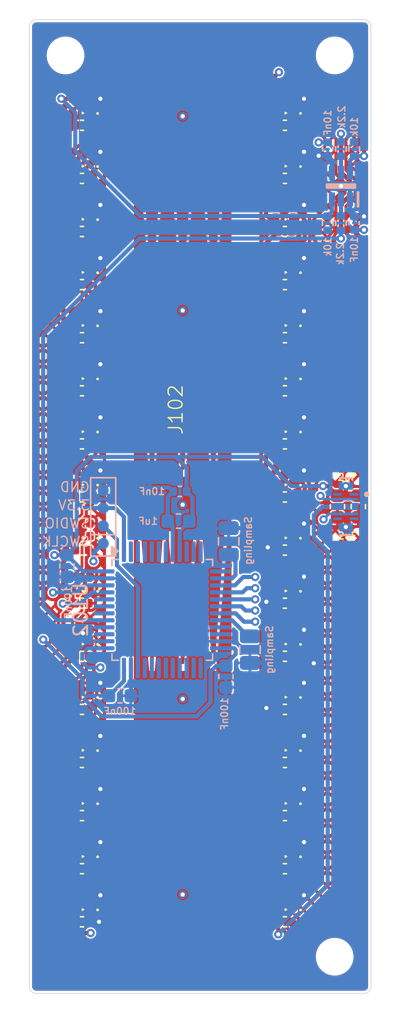
<source format=kicad_pcb>
(kicad_pcb (version 20240108) (generator "pcbnew") (generator_version "8.0")
  (layers (0 "F.Cu" signal) (1 "In1.Cu" signal) (2 "In2.Cu" signal) (31 "B.Cu" signal) (34 "B.Paste" user) (35 "F.Paste" user) (36 "B.SilkS" user "B.Silkscreen") (37 "F.SilkS" user "F.Silkscreen") (38 "B.Mask" user) (39 "F.Mask" user) (44 "Edge.Cuts" user))
  (net 0 "")
  (net 1 "GND")
  (net 2 "TSC_G2_IO2")
  (net 3 "VSSA")
  (net 4 "SWDIO")
  (net 5 "SWCLK")
  (net 6 "SPI1_CLK")
  (net 7 "SPI1_MOSI")
  (net 8 "SPI1_MISO")
  (net 9 "TSC_G3_IO3")
  (net 10 "TSC_G2_IO4")
  (net 11 "TSC_G3_IO2")
  (net 12 "TSC_G2_IO3")
  (net 13 "TSC_G3_IO4 | Sample Cap")
  (net 14 "TSC_G2_IO1  | Sample Cap")
  (net 15 "+3.3V")
  (net 16 "I2C1_SDA")
  (net 17 "I2C1_SCL")
  (net 18 "+5V")
  (net 19 "ROW 1- 2")
  (net 20 "/LED_CTS/AdressLED7/DO")
  (net 21 "/LED_CTS/AdressLED1/DO")
  (net 22 "/LED_CTS/AdressLED2/DO")
  (net 23 "/LED_CTS/AdressLED3/DO")
  (net 24 "/LED_CTS/AdressLED4/DO")
  (net 25 "/LED_CTS/AdressLED5/DO")
  (net 26 "/LED_CTS/AdressLED6/DO")
  (net 27 "/LED_CTS/AdressLED10/DI")
  (net 28 "/LED_CTS/AdressLED10/DO")
  (net 29 "/LED_CTS/AdressLED11/DO")
  (net 30 "/LED_CTS/AdressLED12/DO")
  (net 31 "/LED_CTS/AdressLED13/DO")
  (net 32 "/LED_CTS/AdressLED14/DO")
  (net 33 "/LED_CTS/AdressLED15/DO")
  (net 34 "ROW 2 - 3")
  (net 35 "/LED_CTS/AdressLED17/DO")
  (net 36 "/LED_CTS/AdressLED18/DO")
  (net 37 "/LED_CTS/AdressLED19/DO")
  (net 38 "/LED_CTS/AdressLED20/DO")
  (net 39 "/LED_CTS/AdressLED21/DO")
  (net 40 "/LED_CTS/AdressLED22/DO")
  (net 41 "/LED_CTS/AdressLED23/DO")
  (net 42 "/LED_CTS/AdressLED25/DO")
  (net 43 "/LED_CTS/AdressLED26/DO")
  (net 44 "/LED_CTS/AdressLED27/DO")
  (net 45 "/LED_CTS/AdressLED28/DO")
  (net 46 "/LED_CTS/AdressLED29/DO")
  (net 47 "/LED_CTS/AdressLED30/DO")
  (net 48 "/LED_CTS/AdressLED31/DO")
  (net 49 "Net-(Q101-B2)")
  (net 50 "Net-(Q101-B1)")
  (net 55 "ROW END 1")
  (net 56 "ROW END 2")
  (net 82 "DIN 1")
  (net 83 "DIN 2")
  (footprint "MountingHole:MountingHole_2.2mm_M2" (layer "F.Cu") (at 93.9 115.4)
    (property "Reference" "H101" (hide yes))
    (property "Value" "MountingHole" (hide yes))
  )
  (footprint "MountingHole:MountingHole_2.2mm_M2" (layer "F.Cu") (at 74.6 50.9)
    (property "Reference" "H103" (hide yes))
    (property "Value" "MountingHole" (hide yes))
  )
  (footprint "CDSB_4x1:TSL_5" (layer "F.Cu") (at 83 76.25 90)
    (property "Reference" "J102")
    (property "Value" "Conn_01x05_Pin")
  )
  (footprint "Capacitor_SMD:C_0402_1005Metric" (layer "F.Cu") (at 90.33 55.9)
    (property "Reference" "C127" (hide yes))
    (property "Value" "10nF")
  )
  (footprint "Capacitor_SMD:C_0402_1005Metric" (layer "F.Cu") (at 90.33 59.7)
    (property "Reference" "C128" (hide yes))
    (property "Value" "10nF")
  )
  (footprint "XINGLIGHT-XL-1515RGBC-WS2812B:XINGLIGHT XL-1515RGBC-WS2812B" (layer "F.Cu") (at 75.7 92.45)
    (property "Reference" "LED111" (hide yes))
    (property "Value" "WS2812B" (hide yes))
  )
  (footprint "Capacitor_SMD:C_0402_1005Metric" (layer "F.Cu") (at 75.78 97.7)
    (property "Reference" "C122" (hide yes))
    (property "Value" "10nF")
  )
  (footprint "Capacitor_SMD:C_0402_1005Metric" (layer "F.Cu") (at 75.78 59.7)
    (property "Reference" "C111" (hide yes))
    (property "Value" "10nF")
  )
  (footprint "XINGLIGHT-XL-1515RGBC-WS2812B:XINGLIGHT XL-1515RGBC-WS2812B" (layer "F.Cu") (at 75.7 88.65)
    (property "Reference" "LED110" (hide yes))
    (property "Value" "WS2812B" (hide yes))
  )
  (footprint "Capacitor_SMD:C_0402_1005Metric" (layer "F.Cu") (at 75.78 105.3)
    (property "Reference" "C124" (hide yes))
    (property "Value" "10nF")
  )
  (footprint "Capacitor_SMD:C_0402_1005Metric" (layer "F.Cu") (at 90.33 90.1)
    (property "Reference" "C136" (hide yes))
    (property "Value" "10nF")
  )
  (footprint "XINGLIGHT-XL-1515RGBC-WS2812B:XINGLIGHT XL-1515RGBC-WS2812B" (layer "F.Cu") (at 75.7 54.45)
    (property "Reference" "LED101" (hide yes))
    (property "Value" "WS2812B" (hide yes))
  )
  (footprint "XINGLIGHT-XL-1515RGBC-WS2812B:XINGLIGHT XL-1515RGBC-WS2812B" (layer "F.Cu") (at 90.25 62.05)
    (property "Reference" "LED119" (hide yes))
    (property "Value" "WS2812B" (hide yes))
  )
  (footprint "XINGLIGHT-XL-1515RGBC-WS2812B:XINGLIGHT XL-1515RGBC-WS2812B" (layer "F.Cu") (at 75.7 77.25)
    (property "Reference" "LED107" (hide yes))
    (property "Value" "WS2812B" (hide yes))
  )
  (footprint "XINGLIGHT-XL-1515RGBC-WS2812B:XINGLIGHT XL-1515RGBC-WS2812B" (layer "F.Cu") (at 90.25 84.85)
    (property "Reference" "LED125" (hide yes))
    (property "Value" "WS2812B" (hide yes))
  )
  (footprint "Capacitor_SMD:C_0402_1005Metric" (layer "F.Cu") (at 75.78 112.9)
    (property "Reference" "C126" (hide yes))
    (property "Value" "10nF")
  )
  (footprint "Capacitor_SMD:C_0402_1005Metric" (layer "F.Cu") (at 75.78 78.7)
    (property "Reference" "C117" (hide yes))
    (property "Value" "10nF")
  )
  (footprint "Capacitor_SMD:C_0402_1005Metric" (layer "F.Cu") (at 90.33 93.9)
    (property "Reference" "C137" (hide yes))
    (property "Value" "10nF")
  )
  (footprint "Capacitor_SMD:C_0402_1005Metric" (layer "F.Cu") (at 75.78 93.9)
    (property "Reference" "C121" (hide yes))
    (property "Value" "10nF")
  )
  (footprint "Capacitor_SMD:C_0402_1005Metric" (layer "F.Cu") (at 90.33 63.5)
    (property "Reference" "C129" (hide yes))
    (property "Value" "10nF")
  )
  (footprint "Capacitor_SMD:C_0402_1005Metric" (layer "F.Cu") (at 90.33 97.7)
    (property "Reference" "C138" (hide yes))
    (property "Value" "10nF")
  )
  (footprint "XINGLIGHT-XL-1515RGBC-WS2812B:XINGLIGHT XL-1515RGBC-WS2812B" (layer "F.Cu") (at 90.25 96.25)
    (property "Reference" "LED128" (hide yes))
    (property "Value" "WS2812B" (hide yes))
  )
  (footprint "XINGLIGHT-XL-1515RGBC-WS2812B:XINGLIGHT XL-1515RGBC-WS2812B" (layer "F.Cu") (at 90.25 73.45)
    (property "Reference" "LED122" (hide yes))
    (property "Value" "WS2812B" (hide yes))
  )
  (footprint "XINGLIGHT-XL-1515RGBC-WS2812B:XINGLIGHT XL-1515RGBC-WS2812B" (layer "F.Cu") (at 90.25 107.65)
    (property "Reference" "LED131" (hide yes))
    (property "Value" "WS2812B" (hide yes))
  )
  (footprint "XINGLIGHT-XL-1515RGBC-WS2812B:XINGLIGHT XL-1515RGBC-WS2812B" (layer "F.Cu") (at 90.25 81.05)
    (property "Reference" "LED124" (hide yes))
    (property "Value" "WS2812B" (hide yes))
  )
  (footprint "XINGLIGHT-XL-1515RGBC-WS2812B:XINGLIGHT XL-1515RGBC-WS2812B" (layer "F.Cu") (at 75.7 84.85)
    (property "Reference" "LED109" (hide yes))
    (property "Value" "WS2812B" (hide yes))
  )
  (footprint "XINGLIGHT-XL-1515RGBC-WS2812B:XINGLIGHT XL-1515RGBC-WS2812B" (layer "F.Cu") (at 90.25 92.45)
    (property "Reference" "LED127" (hide yes))
    (property "Value" "WS2812B" (hide yes))
  )
  (footprint "XINGLIGHT-XL-1515RGBC-WS2812B:XINGLIGHT XL-1515RGBC-WS2812B" (layer "F.Cu") (at 90.25 111.45)
    (property "Reference" "LED132" (hide yes))
    (property "Value" "WS2812B" (hide yes))
  )
  (footprint "Capacitor_SMD:C_0603_1608Metric" (layer "F.Cu") (at 94.1 83.182928 90)
    (property "Reference" "C106" (hide yes))
    (property "Value" "2uF")
  )
  (footprint "Capacitor_SMD:C_0402_1005Metric" (layer "F.Cu") (at 90.33 105.3)
    (property "Reference" "C140" (hide yes))
    (property "Value" "10nF")
  )
  (footprint "XINGLIGHT-XL-1515RGBC-WS2812B:XINGLIGHT XL-1515RGBC-WS2812B" (layer "F.Cu") (at 75.7 73.45)
    (property "Reference" "LED106" (hide yes))
    (property "Value" "WS2812B" (hide yes))
  )
  (footprint "XINGLIGHT-XL-1515RGBC-WS2812B:XINGLIGHT XL-1515RGBC-WS2812B" (layer "F.Cu") (at 90.25 69.65)
    (property "Reference" "LED121" (hide yes))
    (property "Value" "WS2812B" (hide yes))
  )
  (footprint "MountingHole:MountingHole_2.2mm_M2" (layer "F.Cu") (at 93.9 50.9)
    (property "Reference" "H102" (hide yes))
    (property "Value" "MountingHole" (hide yes))
  )
  (footprint "XINGLIGHT-XL-1515RGBC-WS2812B:XINGLIGHT XL-1515RGBC-WS2812B" (layer "F.Cu") (at 75.7 100.05)
    (property "Reference" "LED113" (hide yes))
    (property "Value" "WS2812B" (hide yes))
  )
  (footprint "Capacitor_SMD:C_0402_1005Metric" (layer "F.Cu") (at 75.78 55.9)
    (property "Reference" "C112" (hide yes))
    (property "Value" "10nF" (hide yes))
  )
  (footprint "Capacitor_SMD:C_0402_1005Metric" (layer "F.Cu") (at 90.33 67.3)
    (property "Reference" "C130" (hide yes))
    (property "Value" "10nF")
  )
  (footprint "Capacitor_SMD:C_0402_1005Metric" (layer "F.Cu") (at 90.33 74.9)
    (property "Reference" "C132" (hide yes))
    (property "Value" "10nF")
  )
  (footprint "XINGLIGHT-XL-1515RGBC-WS2812B:XINGLIGHT XL-1515RGBC-WS2812B" (layer "F.Cu") (at 75.7 58.25)
    (property "Reference" "LED102" (hide yes))
    (property "Value" "WS2812B" (hide yes))
  )
  (footprint "Capacitor_SMD:C_0402_1005Metric" (layer "F.Cu") (at 75.78 109.1)
    (property "Reference" "C125" (hide yes))
    (property "Value" "10nF")
  )
  (footprint "Capacitor_SMD:C_0402_1005Metric" (layer "F.Cu") (at 90.33 78.7)
    (property "Reference" "C133" (hide yes))
    (property "Value" "10nF")
  )
  (footprint "XINGLIGHT-XL-1515RGBC-WS2812B:XINGLIGHT XL-1515RGBC-WS2812B" (layer "F.Cu") (at 90.25 88.65)
    (property "Reference" "LED126" (hide yes))
    (property "Value" "WS2812B" (hide yes))
  )
  (footprint "XINGLIGHT-XL-1515RGBC-WS2812B:XINGLIGHT XL-1515RGBC-WS2812B" (layer "F.Cu") (at 75.7 107.65)
    (property "Reference" "LED115" (hide yes))
    (property "Value" "WS2812B" (hide yes))
  )
  (footprint "Capacitor_SMD:C_0402_1005Metric" (layer "F.Cu") (at 90.33 82.5)
    (property "Reference" "C134" (hide yes))
    (property "Value" "10nF")
  )
  (footprint "XINGLIGHT-XL-1515RGBC-WS2812B:XINGLIGHT XL-1515RGBC-WS2812B" (layer "F.Cu") (at 90.25 100.05)
    (property "Reference" "LED129" (hide yes))
    (property "Value" "WS2812B" (hide yes))
  )
  (footprint "Capacitor_SMD:C_0402_1005Metric" (layer "F.Cu") (at 90.33 109.1)
    (property "Reference" "C141" (hide yes))
    (property "Value" "10nF")
  )
  (footprint "Capacitor_SMD:C_0402_1005Metric" (layer "F.Cu") (at 75.78 67.3)
    (property "Reference" "C114" (hide yes))
    (property "Value" "10nF")
  )
  (footprint "XINGLIGHT-XL-1515RGBC-WS2812B:XINGLIGHT XL-1515RGBC-WS2812B" (layer "F.Cu") (at 75.7 111.45)
    (property "Reference" "LED116" (hide yes))
    (property "Value" "WS2812B" (hide yes))
  )
  (footprint "Capacitor_SMD:C_0402_1005Metric" (layer "F.Cu") (at 75.78 86.3)
    (property "Reference" "C119" (hide yes))
    (property "Value" "10nF")
  )
  (footprint "XINGLIGHT-XL-1515RGBC-WS2812B:XINGLIGHT XL-1515RGBC-WS2812B" (layer "F.Cu") (at 75.7 96.25)
    (property "Reference" "LED112" (hide yes))
    (property "Value" "WS2812B" (hide yes))
  )
  (footprint "Capacitor_SMD:C_0603_1608Metric" (layer "F.Cu") (at 95.6 83.182928 90)
    (property "Reference" "C107" (hide yes))
    (property "Value" "2uF")
  )
  (footprint "Capacitor_SMD:C_0402_1005Metric" (layer "F.Cu") (at 75.78 71.1)
    (property "Reference" "C115" (hide yes))
    (property "Value" "10nF")
  )
  (footprint "Capacitor_SMD:C_0402_1005Metric" (layer "F.Cu") (at 75.78 74.9)
    (property "Reference" "C116" (hide yes))
    (property "Value" "10nF")
  )
  (footprint "Capacitor_SMD:C_0402_1005Metric" (layer "F.Cu") (at 90.33 86.3)
    (property "Reference" "C135" (hide yes))
    (property "Value" "10nF")
  )
  (footprint "XINGLIGHT-XL-1515RGBC-WS2812B:XINGLIGHT XL-1515RGBC-WS2812B" (layer "F.Cu") (at 75.7 65.85)
    (property "Reference" "LED104" (hide yes))
    (property "Value" "WS2812B" (hide yes))
  )
  (footprint "XINGLIGHT-XL-1515RGBC-WS2812B:XINGLIGHT XL-1515RGBC-WS2812B" (layer "F.Cu") (at 90.25 65.85)
    (property "Reference" "LED120" (hide yes))
    (property "Value" "WS2812B" (hide yes))
  )
  (footprint "Capacitor_SMD:C_0402_1005Metric" (layer "F.Cu") (at 90.33 71.1)
    (property "Reference" "C131" (hide yes))
    (property "Value" "10nF")
  )
  (footprint "XINGLIGHT-XL-1515RGBC-WS2812B:XINGLIGHT XL-1515RGBC-WS2812B" (layer "F.Cu") (at 75.7 62.05)
    (property "Reference" "LED103" (hide yes))
    (property "Value" "WS2812B" (hide yes))
  )
  (footprint "Capacitor_SMD:C_0402_1005Metric" (layer "F.Cu") (at 75.78 82.5)
    (property "Reference" "C118" (hide yes))
    (property "Value" "10nF")
  )
  (footprint "XINGLIGHT-XL-1515RGBC-WS2812B:XINGLIGHT XL-1515RGBC-WS2812B" (layer "F.Cu") (at 75.7 103.85)
    (property "Reference" "LED114" (hide yes))
    (property "Value" "WS2812B" (hide yes))
  )
  (footprint "Capacitor_SMD:C_0402_1005Metric" (layer "F.Cu") (at 90.33 112.9)
    (property "Reference" "C142" (hide yes))
    (property "Value" "10nF")
  )
  (footprint "Capacitor_SMD:C_0402_1005Metric" (layer "F.Cu") (at 75.78 63.5)
    (property "Reference" "C113" (hide yes))
    (property "Value" "10nF")
  )
  (footprint "Capacitor_SMD:C_0402_1005Metric" (layer "F.Cu") (at 90.33 101.5)
    (property "Reference" "C139" (hide yes))
    (property "Value" "10nF")
  )
  (footprint "XINGLIGHT-XL-1515RGBC-WS2812B:XINGLIGHT XL-1515RGBC-WS2812B" (layer "F.Cu") (at 90.25 103.85)
    (property "Reference" "LED130" (hide yes))
    (property "Value" "WS2812B" (hide yes))
  )
  (footprint "XINGLIGHT-XL-1515RGBC-WS2812B:XINGLIGHT XL-1515RGBC-WS2812B" (layer "F.Cu") (at 90.25 54.45)
    (property "Reference" "LED117" (hide yes))
    (property "Value" "WS2812B" (hide yes))
  )
  (footprint "XINGLIGHT-XL-1515RGBC-WS2812B:XINGLIGHT XL-1515RGBC-WS2812B" (layer "F.Cu") (at 75.7 69.65)
    (property "Reference" "LED105" (hide yes))
    (property "Value" "WS2812B" (hide yes))
  )
  (footprint "Capacitor_SMD:C_0402_1005Metric" (layer "F.Cu") (at 75.78 101.5)
    (property "Reference" "C123" (hide yes))
    (property "Value" "10nF")
  )
  (footprint "XINGLIGHT-XL-1515RGBC-WS2812B:XINGLIGHT XL-1515RGBC-WS2812B" (layer "F.Cu") (at 75.7 81.05)
    (property "Reference" "LED108" (hide yes))
    (property "Value" "WS2812B" (hide yes))
  )
  (footprint "Capacitor_SMD:C_0402_1005Metric" (layer "F.Cu") (at 75.78 90.1)
    (property "Reference" "C120" (hide yes))
    (property "Value" "10nF")
  )
  (footprint "XINGLIGHT-XL-1515RGBC-WS2812B:XINGLIGHT XL-1515RGBC-WS2812B" (layer "F.Cu") (at 90.25 58.25)
    (property "Reference" "LED118" (hide yes))
    (property "Value" "WS2812B" (hide yes))
  )
  (footprint "XINGLIGHT-XL-1515RGBC-WS2812B:XINGLIGHT XL-1515RGBC-WS2812B" (layer "F.Cu") (at 90.25 77.25)
    (property "Reference" "LED123" (hide yes))
    (property "Value" "WS2812B" (hide yes))
  )
  (footprint "PogoPin_01x04:PogoPin_01x04 wout holes" (layer "B.Cu") (at 77.3 83.925 90)
    (property "Reference" "J101" (hide yes))
    (property "Value" "Conn_01x04_Pin" (hide yes))
  )
  (footprint "Capacitor_SMD:C_0805_2012Metric" (layer "B.Cu") (at 86.3 85.675 90)
    (property "Reference" "C108" (hide yes))
    (property "Value" "Sampling")
  )
  (footprint "Resistor_SMD:R_0402_1005Metric" (layer "B.Cu") (at 95.3 57.6 90)
    (property "Reference" "R104" (hide yes))
    (property "Value" "10k")
  )
  (footprint "Capacitor_SMD:C_0603_1608Metric" (layer "B.Cu") (at 78.5 96.725)
    (property "Reference" "C102" (hide yes))
    (property "Value" "100nF")
  )
  (footprint "Capacitor_SMD:C_0402_1005Metric" (layer "B.Cu") (at 82.8 82.1 180)
    (property "Reference" "C104" (hide yes))
    (property "Value" "10nF")
  )
  (footprint "Capacitor_SMD:C_0603_1608Metric" (layer "B.Cu") (at 86.1 95.35 -90)
    (property "Reference" "C101" (hide yes))
    (property "Value" "100nF")
  )
  (footprint "Capacitor_SMD:C_0805_2012Metric" (layer "B.Cu") (at 87.825 93.425 -90)
    (property "Reference" "C109" (hide yes))
    (property "Value" "Sampling")
  )
  (footprint "Capacitor_SMD:C_0402_1005Metric" (layer "B.Cu") (at 95.3 62.9 90)
    (property "Reference" "C143" (hide yes))
    (property "Value" "10nF")
  )
  (footprint "Capacitor_SMD:C_0402_1005Metric" (layer "B.Cu") (at 93.4 57.6 -90)
    (property "Reference" "C110" (hide yes))
    (property "Value" "10nF")
  )
  (footprint "NetTie_Custom:NetTie-2_SMD_Pad0.25mm" (layer "B.Cu") (at 80.7 81.825 180)
    (property "Reference" "NT101" (hide yes))
    (property "Value" "NetTie_2" (hide yes))
  )
  (footprint "Resistor_SMD:R_0402_1005Metric" (layer "B.Cu") (at 93.4 62.9 90)
    (property "Reference" "R103" (hide yes))
    (property "Value" "10k")
  )
  (footprint "BC847BS:SOT65P210X110-6N" (layer "B.Cu") (at 94.35 60.25 90)
    (property "Reference" "Q101" (hide yes))
    (property "Value" "BC847BS,115" (hide yes))
  )
  (footprint "Capacitor_SMD:C_0603_1608Metric" (layer "B.Cu") (at 74.7 87.432928 -90)
    (property "Reference" "C103" (hide yes))
    (property "Value" "100nF")
  )
  (footprint "Capacitor_SMD:C_0603_1608Metric" (layer "B.Cu") (at 82.7 84.225 180)
    (property "Reference" "C105" (hide yes))
    (property "Value" "1uF")
  )
  (footprint "Resistor_SMD:R_0402_1005Metric" (layer "B.Cu") (at 94.35 62.9 90)
    (property "Reference" "R101" (hide yes))
    (property "Value" "2.2k")
  )
  (footprint "Resistor_SMD:R_0402_1005Metric" (layer "B.Cu") (at 94.35 57.6 90)
    (property "Reference" "R102" (hide yes))
    (property "Value" "2.2k")
  )
  (footprint "103P012BB100:AMPHENOL_103P012BB100" (layer "B.Cu") (at 94.7 83.182928 -90)
    (property "Reference" "J103" (hide yes))
    (property "Value" "103P012BB100" (hide yes))
  )
  (footprint "Package_QFP:LQFP-48_7x7mm_P0.5mm" (layer "B.Cu") (at 81.5375 90.575 -90)
    (property "Reference" "U102")
    (property "Value" "STM32F334C8Tx")
  )
  (gr_rect (start 93.8 83) (end 95.6 83.4) (fill solid) (layer "B.Cu") (net 18))
  (gr_line (start 96.5 80.532928) (end 96.5 85.532928) (stroke (width 0.05)) (layer "Edge.Cuts"))
  (gr_line (start 96.5 80.532928) (end 96.5 48.832928) (stroke (width 0.05)) (layer "Edge.Cuts"))
  (gr_line (start 96.5 85.532928) (end 96.5 117.532928) (stroke (width 0.05)) (layer "Edge.Cuts"))
  (gr_arc (start 96 48.332928) (mid 96.353513 48.479393) (end 96.5 48.832928) (stroke (width 0.05)) (layer "Edge.Cuts"))
  (gr_line (start 72.5 48.332928) (end 96 48.332928) (stroke (width 0.05)) (layer "Edge.Cuts"))
  (gr_arc (start 96.5 117.532928) (mid 96.353546 117.88648) (end 96 118.032928) (stroke (width 0.05)) (layer "Edge.Cuts"))
  (gr_line (start 72.5 118.032928) (end 96 118.032928) (stroke (width 0.05)) (layer "Edge.Cuts"))
  (gr_arc (start 72 48.832928) (mid 72.146437 48.479357) (end 72.5 48.332928) (stroke (width 0.05)) (layer "Edge.Cuts"))
  (gr_arc (start 72.5 118.032928) (mid 72.146466 117.886454) (end 72 117.532928) (stroke (width 0.05)) (layer "Edge.Cuts"))
  (gr_line (start 72 48.832928) (end 72 117.532928) (stroke (width 0.05)) (layer "Edge.Cuts"))
  (gr_text "SWCLK" (at 76.4 86.1 0) (layer "B.SilkS") (effects (font (size 0.7 0.7) (thickness 0.1)) (justify left bottom mirror)))
  (gr_text "3.3V" (at 76.4 83.5 0) (layer "B.SilkS") (effects (font (size 0.7 0.7) (thickness 0.1)) (justify left bottom mirror)))
  (gr_text "SWDIO" (at 76.4 84.8 0) (layer "B.SilkS") (effects (font (size 0.7 0.7) (thickness 0.1)) (justify left bottom mirror)))
  (gr_text "GND" (at 76.4 82.2 0) (layer "B.SilkS") (effects (font (size 0.7 0.7) (thickness 0.1)) (justify left bottom mirror)))
  (segment (start 90.45 103.4) (end 90.25 103.6) (width 0.3) (layer "F.Cu") (net 1))
  (segment (start 90.25 54.2) (end 90.25 55.34) (width 0.3) (layer "F.Cu") (net 1))
  (segment (start 90.25 89.54) (end 90.81 90.1) (width 0.3) (layer "F.Cu") (net 1))
  (segment (start 90.25 104.74) (end 90.81 105.3) (width 0.3) (layer "F.Cu") (net 1))
  (segment (start 77 112.9) (end 76.26 112.9) (width 0.3) (layer "F.Cu") (net 1))
  (segment (start 90.9 61.6) (end 90.45 61.6) (width 0.3) (layer "F.Cu") (net 1))
  (segment (start 90.25 70.54) (end 90.81 71.1) (width 0.3) (layer "F.Cu") (net 1))
  (segment (start 91.7 84.4) (end 90.9 84.4) (width 0.3) (layer "F.Cu") (net 1))
  (segment (start 90.9 65.4) (end 90.45 65.4) (width 0.3) (layer "F.Cu") (net 1))
  (segment (start 90.25 59.14) (end 90.81 59.7) (width 0.3) (layer "F.Cu") (net 1))
  (segment (start 90.45 88.2) (end 90.25 88.4) (width 0.3) (layer "F.Cu") (net 1))
  (segment (start 90.45 54) (end 90.25 54.2) (width 0.3) (layer "F.Cu") (net 1))
  (segment (start 90.25 61.8) (end 90.25 62.94) (width 0.3) (layer "F.Cu") (net 1))
  (segment (start 91.7 99.6) (end 90.9 99.6) (width 0.3) (layer "F.Cu") (net 1))
  (segment (start 77.1 65.4) (end 76.35 65.4) (width 0.3) (layer "F.Cu") (net 1))
  (segment (start 77.1 103.4) (end 76.35 103.4) (width 0.3) (layer "F.Cu") (net 1))
  (segment (start 90.25 103.6) (end 90.25 104.74) (width 0.3) (layer "F.Cu") (net 1))
  (segment (start 90.25 85.74) (end 90.81 86.3) (width 0.3) (layer "F.Cu") (net 1))
  (segment (start 90.25 80.8) (end 90.25 81.94) (width 0.3) (layer "F.Cu") (net 1))
  (segment (start 91.7 95.8) (end 90.9 95.8) (width 0.3) (layer "F.Cu") (net 1))
  (segment (start 91.7 92) (end 90.9 92) (width 0.3) (layer "F.Cu") (net 1))
  (segment (start 91.7 88.2) (end 90.9 88.2) (width 0.3) (layer "F.Cu") (net 1))
  (segment (start 90.9 92) (end 90.45 92) (width 0.3) (layer "F.Cu") (net 1))
  (segment (start 90.25 93.34) (end 90.81 93.9) (width 0.3) (layer "F.Cu") (net 1))
  (segment (start 90.9 111) (end 90.45 111) (width 0.3) (layer "F.Cu") (net 1))
  (segment (start 90.25 55.34) (end 90.81 55.9) (width 0.3) (layer "F.Cu") (net 1))
  (segment (start 90.45 73) (end 90.25 73.2) (width 0.3) (layer "F.Cu") (net 1))
  (segment (start 91.7 69.2) (end 90.9 69.2) (width 0.3) (layer "F.Cu") (net 1))
  (segment (start 90.45 57.8) (end 90.25 58) (width 0.3) (layer "F.Cu") (net 1))
  (segment (start 77.1 99.6) (end 76.35 99.6) (width 0.3) (layer "F.Cu") (net 1))
  (segment (start 90.9 69.2) (end 90.45 69.2) (width 0.3) (layer "F.Cu") (net 1))
  (segment (start 90.25 62.94) (end 90.81 63.5) (width 0.3) (layer "F.Cu") (net 1))
  (segment (start 90.45 107.2) (end 90.25 107.4) (width 0.3) (layer "F.Cu") (net 1))
  (segment (start 90.45 99.6) (end 90.25 99.8) (width 0.3) (layer "F.Cu") (net 1))
  (segment (start 90.25 108.54) (end 90.81 109.1) (width 0.3) (layer "F.Cu") (net 1))
  (segment (start 91.7 65.4) (end 90.9 65.4) (width 0.3) (layer "F.Cu") (net 1))
  (segment (start 94.1 83.957928) (end 95.6 83.957928) (width 0.6) (layer "F.Cu") (net 1))
  (segment (start 91.7 73) (end 90.9 73) (width 0.3) (layer "F.Cu") (net 1))
  (segment (start 75.9 111) (end 75.7 111.2) (width 0.3) (layer "F.Cu") (net 1))
  (segment (start 90.25 74.34) (end 90.81 74.9) (width 0.3) (layer "F.Cu") (net 1))
  (segment (start 90.45 69.2) (end 90.25 69.4) (width 0.3) (layer "F.Cu") (net 1))
  (segment (start 91.7 103.4) (end 90.9 103.4) (width 0.3) (layer "F.Cu") (net 1))
  (segment (start 77.1 95.8) (end 76.35 95.8) (width 0.3) (layer "F.Cu") (net 1))
  (segment (start 90.45 84.4) (end 90.25 84.6) (width 0.3) (layer "F.Cu") (net 1))
  (segment (start 90.25 107.4) (end 90.25 108.54) (width 0.3) (layer "F.Cu") (net 1))
  (segment (start 90.25 96) (end 90.25 97.14) (width 0.3) (layer "F.Cu") (net 1))
  (segment (start 90.45 61.6) (end 90.25 61.8) (width 0.3) (layer "F.Cu") (net 1))
  (segment (start 90.9 95.8) (end 90.45 95.8) (width 0.3) (layer "F.Cu") (net 1))
  (segment (start 90.45 76.8) (end 90.25 77) (width 0.3) (layer "F.Cu") (net 1))
  (segment (start 90.25 84.6) (end 90.25 85.74) (width 0.3) (layer "F.Cu") (net 1))
  (segment (start 90.9 99.6) (end 90.45 99.6) (width 0.3) (layer "F.Cu") (net 1))
  (segment (start 90.45 92) (end 90.25 92.2) (width 0.3) (layer "F.Cu") (net 1))
  (segment (start 76.35 111) (end 75.9 111) (width 0.3) (layer "F.Cu") (net 1))
  (segment (start 75.7 111.2) (end 75.7 112.34) (width 0.3) (layer "F.Cu") (net 1))
  (segment (start 91.7 107.2) (end 90.9 107.2) (width 0.3) (layer "F.Cu") (net 1))
  (segment (start 90.9 80.6) (end 90.45 80.6) (width 0.3) (layer "F.Cu") (net 1))
  (segment (start 77.1 57.8) (end 76.35 57.8) (width 0.3) (layer "F.Cu") (net 1))
  (segment (start 90.25 112.34) (end 90.81 112.9) (width 0.3) (layer "F.Cu") (net 1))
  (segment (start 90.45 95.8) (end 90.25 96) (width 0.3) (layer "F.Cu") (net 1))
  (segment (start 90.9 57.8) (end 90.45 57.8) (width 0.3) (layer "F.Cu") (net 1))
  (segment (start 91.7 76.8) (end 90.9 76.8) (width 0.3) (layer "F.Cu") (net 1))
  (segment (start 90.25 99.8) (end 90.25 100.94) (width 0.3) (layer "F.Cu") (net 1))
  (segment (start 77.1 69.2) (end 76.35 69.2) (width 0.3) (layer "F.Cu") (net 1))
  (segment (start 76.1 92) (end 76.35 92) (width 0.3) (layer "F.Cu") (net 1))
  (segment (start 90.45 65.4) (end 90.25 65.6) (width 0.3) (layer "F.Cu") (net 1))
  (segment (start 90.25 77) (end 90.25 78.14) (width 0.3) (layer "F.Cu") (net 1))
  (segment (start 90.9 88.2) (end 90.45 88.2) (width 0.3) (layer "F.Cu") (net 1))
  (segment (start 90.25 66.74) (end 90.81 67.3) (width 0.3) (layer "F.Cu") (net 1))
  (segment (start 77.1 54) (end 76.35 54) (width 0.3) (layer "F.Cu") (net 1))
  (segment (start 90.9 103.4) (end 90.45 103.4) (width 0.3) (layer "F.Cu") (net 1))
  (segment (start 91.7 61.6) (end 90.9 61.6) (width 0.3) (layer "F.Cu") (net 1))
  (segment (start 90.25 92.2) (end 90.25 93.34) (width 0.3) (layer "F.Cu") (net 1))
  (segment (start 90.25 73.2) (end 90.25 74.34) (width 0.3) (layer "F.Cu") (net 1))
  (segment (start 77.1 111) (end 76.37 111) (width 0.3) (layer "F.Cu") (net 1))
  (segment (start 77.1 76.8) (end 76.35 76.8) (width 0.3) (layer "F.Cu") (net 1))
  (segment (start 90.25 111.2) (end 90.25 112.34) (width 0.3) (layer "F.Cu") (net 1))
  (segment (start 90.9 107.2) (end 90.45 107.2) (width 0.3) (layer "F.Cu") (net 1))
  (segment (start 90.25 69.4) (end 90.25 70.54) (width 0.3) (layer "F.Cu") (net 1))
  (segment (start 90.25 81.94) (end 90.81 82.5) (width 0.3) (layer "F.Cu") (net 1))
  (segment (start 91.7 111) (end 90.9 111) (width 0.3) (layer "F.Cu") (net 1))
  (segment (start 90.25 97.14) (end 90.81 97.7) (width 0.3) (layer "F.Cu") (net 1))
  (segment (start 75.85 92.25) (end 76.1 92) (width 0.3) (layer "F.Cu") (net 1))
  (segment (start 90.9 73) (end 90.45 73) (width 0.3) (layer "F.Cu") (net 1))
  (segment (start 90.45 111) (end 90.25 111.2) (width 0.3) (layer "F.Cu") (net 1))
  (segment (start 90.25 88.4) (end 90.25 89.54) (width 0.3) (layer "F.Cu") (net 1))
  (segment (start 90.25 100.94) (end 90.81 101.5) (width 0.3) (layer "F.Cu") (net 1))
  (segment (start 90.25 78.14) (end 90.81 78.7) (width 0.3) (layer "F.Cu") (net 1))
  (segment (start 91.7 57.8) (end 90.9 57.8) (width 0.3) (layer "F.Cu") (net 1))
  (segment (start 95.046447 83.957928) (end 94.446447 83.957928) (width 0.3) (layer "F.Cu") (net 1))
  (segment (start 75.7 112.34) (end 76.26 112.9) (width 0.3) (layer "F.Cu") (net 1))
  (segment (start 91.7 54) (end 90.9 54) (width 0.3) (layer "F.Cu") (net 1))
  (segment (start 77.1 80.6) (end 76.35 80.6) (width 0.3) (layer "F.Cu") (net 1))
  (segment (start 90.9 76.8) (end 90.45 76.8) (width 0.3) (layer "F.Cu") (net 1))
  (segment (start 77.1 107.2) (end 76.35 107.2) (width 0.3) (layer "F.Cu") (net 1))
  (segment (start 94.7 84.647928) (end 94.7 83.957928) (width 0.3) (layer "F.Cu") (net 1))
  (segment (start 91.7 80.6) (end 90.9 80.6) (width 0.3) (layer "F.Cu") (net 1))
  (segment (start 77.1 61.6) (end 76.35 61.6) (width 0.3) (layer "F.Cu") (net 1))
  (segment (start 90.25 65.6) (end 90.25 66.74) (width 0.3) (layer "F.Cu") (net 1))
  (segment (start 77.1 73) (end 76.35 73) (width 0.3) (layer "F.Cu") (net 1))
  (segment (start 90.45 80.6) (end 90.25 80.8) (width 0.3) (layer "F.Cu") (net 1))
  (segment (start 90.9 84.4) (end 90.45 84.4) (width 0.3) (layer "F.Cu") (net 1))
  (segment (start 90.9 54) (end 90.45 54) (width 0.3) (layer "F.Cu") (net 1))
  (segment (start 90.25 58) (end 90.25 59.14) (width 0.3) (layer "F.Cu") (net 1))
  (via (at 77.1 76.8) (size 0.6) (drill 0.3) (layers "F.Cu" "B.Cu") (net 1))
  (via (at 91.7 69.2) (size 0.6) (drill 0.3) (layers "F.Cu" "B.Cu") (net 1))
  (via (at 89 97.6) (size 0.6) (drill 0.3) (layers "F.Cu" "B.Cu") (net 1))
  (via (at 91.7 73) (size 0.6) (drill 0.3) (layers "F.Cu" "B.Cu") (net 1))
  (via (at 91.7 76.8) (size 0.6) (drill 0.3) (layers "F.Cu" "B.Cu") (net 1))
  (via (at 91.7 57.8) (size 0.6) (drill 0.3) (layers "F.Cu" "B.Cu") (net 1))
  (via (at 77.1 99.6) (size 0.6) (drill 0.3) (layers "F.Cu" "B.Cu") (net 1))
  (via (at 91.7 65.4) (size 0.6) (drill 0.3) (layers "F.Cu" "B.Cu") (net 1))
  (via (at 96 62.42) (size 0.6) (drill 0.3) (layers "F.Cu" "B.Cu") (net 1))
  (via (at 91.7 107.2) (size 0.6) (drill 0.3) (layers "F.Cu" "B.Cu") (net 1))
  (via (at 77.1 95.8) (size 0.6) (drill 0.3) (layers "F.Cu" "B.Cu") (net 1))
  (via (at 77.1 73) (size 0.6) (drill 0.3) (layers "F.Cu" "B.Cu") (net 1))
  (via (at 77.1 54) (size 0.6) (drill 0.3) (layers "F.Cu" "B.Cu") (net 1))
  (via (at 94.7 84.647928) (size 0.6) (drill 0.3) (layers "F.Cu" "B.Cu") (net 1))
  (via (at 91.7 99.6) (size 0.6) (drill 0.3) (layers "F.Cu" "B.Cu") (net 1))
  (via (at 91.7 88.2) (size 0.6) (drill 0.3) (layers "F.Cu" "B.Cu") (net 1))
  (via (at 91.7 92) (size 0.6) (drill 0.3) (layers "F.Cu" "B.Cu") (net 1))
  (via (at 77.1 61.6) (size 0.6) (drill 0.3) (layers "F.Cu" "B.Cu") (net 1))
  (via (at 77.1 107.2) (size 0.6) (drill 0.3) (layers "F.Cu" "B.Cu") (net 1))
  (via (at 77.1 80.6) (size 0.6) (drill 0.3) (layers "F.Cu" "B.Cu") (net 1))
  (via (at 91.7 103.4) (size 0.6) (drill 0.3) (layers "F.Cu" "B.Cu") (net 1))
  (via (at 91.7 111) (size 0.6) (drill 0.3) (layers "F.Cu" "B.Cu") (net 1))
  (via (at 94.35 60.25) (size 0.6) (drill 0.3) (layers "F.Cu" "B.Cu") (net 1))
  (via (at 91.7 61.6) (size 0.6) (drill 0.3) (layers "F.Cu" "B.Cu") (net 1))
  (via (at 75.85 92.25) (size 0.6) (drill 0.3) (layers "F.Cu" "B.Cu") (net 1))
  (via (at 77 112.9) (size 0.6) (drill 0.3) (layers "F.Cu" "B.Cu") (net 1))
  (via (at 77.1 69.2) (size 0.6) (drill 0.3) (layers "F.Cu" "B.Cu") (net 1))
  (via (at 91.7 54) (size 0.6) (drill 0.3) (layers "F.Cu" "B.Cu") (net 1))
  (via (at 91.7 95.8) (size 0.6) (drill 0.3) (layers "F.Cu" "B.Cu") (net 1))
  (via (at 77.1 57.8) (size 0.6) (drill 0.3) (layers "F.Cu" "B.Cu") (net 1))
  (via (at 77.1 111) (size 0.6) (drill 0.3) (layers "F.Cu" "B.Cu") (net 1))
  (via (at 92.75 58.08) (size 0.6) (drill 0.3) (layers "F.Cu" "B.Cu") (net 1))
  (via (at 91.7 80.6) (size 0.6) (drill 0.3) (layers "F.Cu" "B.Cu") (net 1))
  (via (at 89.1 86.1) (size 0.6) (drill 0.3) (layers "F.Cu" "B.Cu") (net 1))
  (via (at 77.1 65.4) (size 0.6) (drill 0.3) (layers "F.Cu" "B.Cu") (net 1))
  (via (at 92.4 94.4) (size 0.6) (drill 0.3) (layers "F.Cu" "B.Cu") (net 1))
  (via (at 89 90) (size 0.6) (drill 0.3) (layers "F.Cu" "B.Cu") (net 1))
  (via (at 91.7 84.4) (size 0.6) (drill 0.3) (layers "F.Cu" "B.Cu") (net 1))
  (via (at 77.1 103.4) (size 0.6) (drill 0.3) (layers "F.Cu" "B.Cu") (net 1))
  (segment (start 96 62.42) (end 95.3 62.42) (width 0.3) (layer "B.Cu") (net 1))
  (segment (start 93.7 60.0375) (end 93.9125 60.25) (width 0.3) (layer "B.Cu") (net 1))
  (segment (start 93.7 58.38) (end 93.4 58.08) (width 0.3) (layer "B.Cu") (net 1))
  (segment (start 93.7 59.3) (end 93.7 60.0375) (width 0.3) (layer "B.Cu") (net 1))
  (segment (start 95 62.12) (end 95.3 62.42) (width 0.3) (layer "B.Cu") (net 1))
  (segment (start 95 60.5) (end 95 61.2) (width 0.3) (layer "B.Cu") (net 1))
  (segment (start 77.375 88.325) (end 74.817072 88.325) (width 0.3) (layer "B.Cu") (net 1))
  (segment (start 77.1 80.6) (end 77.1 81.82) (width 0.3) (layer "B.Cu") (net 1))
  (segment (start 79.2875 94.7375) (end 79.2875 96.7125) (width 0.3) (layer "B.Cu") (net 1))
  (segment (start 86.1 97.1) (end 86.1 96.125) (width 0.3) (layer "B.Cu") (net 1))
  (segment (start 87.725 84.725) (end 89.1 86.1) (width 0.3) (layer "B.Cu") (net 1))
  (segment (start 93.7 59.3) (end 93.7 58.38) (width 0.3) (layer "B.Cu") (net 1))
  (segment (start 93.9125 60.25) (end 94.35 60.25) (width 0.3) (layer "B.Cu") (net 1))
  (segment (start 86.3 84.725) (end 87.725 84.725) (width 0.3) (layer "B.Cu") (net 1))
  (segment (start 94.35 60.25) (end 94.75 60.25) (width 0.3) (layer "B.Cu") (net 1))
  (segment (start 92.75 58.08) (end 93.4 58.08) (width 0.3) (layer "B.Cu") (net 1))
  (segment (start 92.4 94.4) (end 92.375 94.375) (width 0.3) (layer "B.Cu") (net 1))
  (segment (start 94.721447 84.647928) (end 95.046447 84.647928) (width 0.2) (layer "B.Cu") (net 1))
  (segment (start 94.75 60.25) (end 95 60.5) (width 0.3) (layer "B.Cu") (net 1))
  (segment (start 92.375 94.375) (end 87.825 94.375) (width 0.3) (layer "B.Cu") (net 1))
  (segment (start 77.1 81.82) (end 77.3 82.02) (width 0.3) (layer "B.Cu") (net 1))
  (segment (start 95.025 84.647928) (end 94.375 84.647928) (width 0.3) (layer "B.Cu") (net 1))
  (segment (start 86.6 97.6) (end 86.1 97.1) (width 0.3) (layer "B.Cu") (net 1))
  (segment (start 95 61.2) (end 95 62.12) (width 0.3) (layer "B.Cu") (net 1))
  (segment (start 89 97.6) (end 86.6 97.6) (width 0.3) (layer "B.Cu") (net 1))
  (via (at 88.2 88.224988) (size 0.6) (drill 0.3) (layers "F.Cu" "B.Cu") (net 2))
  (segment (start 87.347738 88.224988) (end 86.747726 88.825) (width 0.3) (layer "B.Cu") (net 2))
  (segment (start 88.2 88.224988) (end 87.347738 88.224988) (width 0.3) (layer "B.Cu") (net 2))
  (segment (start 86.747726 88.825) (end 85.7 88.825) (width 0.3) (layer "B.Cu") (net 2))
  (segment (start 82.045 81.825) (end 80.95 81.825) (width 0.3) (layer "B.Cu") (net 3))
  (segment (start 81.925 82.495) (end 82.32 82.1) (width 0.3) (layer "B.Cu") (net 3))
  (segment (start 81.925 84.225) (end 81.925 82.495) (width 0.3) (layer "B.Cu") (net 3))
  (segment (start 82.32 82.1) (end 82.045 81.825) (width 0.3) (layer "B.Cu") (net 3))
  (segment (start 82.2875 86.4125) (end 82.2875 84.5875) (width 0.3) (layer "B.Cu") (net 3))
  (segment (start 82.2875 84.5875) (end 81.925 84.225) (width 0.3) (layer "B.Cu") (net 3))
  (segment (start 79.7875 88.89688) (end 79.7875 94.7375) (width 0.3) (layer "B.Cu") (net 4))
  (segment (start 78.2875 85.5475) (end 78.2875 87.39688) (width 0.3) (layer "B.Cu") (net 4))
  (segment (start 78.2875 87.39688) (end 79.7875 88.89688) (width 0.3) (layer "B.Cu") (net 4))
  (segment (start 77.3 84.56) (end 78.2875 85.5475) (width 0.3) (layer "B.Cu") (net 4))
  (via (at 77.1 94.7) (size 0.6) (drill 0.3) (layers "F.Cu" "B.Cu") (net 5))
  (via (at 76.6 87.1) (size 0.6) (drill 0.3) (layers "F.Cu" "B.Cu") (net 5))
  (segment (start 75.8 93.7) (end 76.175 93.325) (width 0.3) (layer "B.Cu") (net 5))
  (segment (start 76.6 86.5) (end 77.27 85.83) (width 0.3) (layer "B.Cu") (net 5))
  (segment (start 76.2 94.7) (end 75.8 94.3) (width 0.3) (layer "B.Cu") (net 5))
  (segment (start 77.27 85.83) (end 77.3 85.83) (width 0.3) (layer "B.Cu") (net 5))
  (segment (start 75.8 94.3) (end 75.8 93.7) (width 0.3) (layer "B.Cu") (net 5))
  (segment (start 77.1 94.7) (end 76.2 94.7) (width 0.3) (layer "B.Cu") (net 5))
  (segment (start 76.6 87.1) (end 76.6 86.5) (width 0.3) (layer "B.Cu") (net 5))
  (segment (start 76.175 93.325) (end 77.375 93.325) (width 0.3) (layer "B.Cu") (net 5))
  (segment (start 94.35 56.5) (end 94.35 59.25) (width 0.3) (layer "F.Cu") (net 7))
  (segment (start 94.35 59.25) (end 95 59.9) (width 0.3) (layer "F.Cu") (net 7))
  (segment (start 95 59.9) (end 95 60.9) (width 0.3) (layer "F.Cu") (net 7))
  (segment (start 95 60.9) (end 94.35 61.55) (width 0.3) (layer "F.Cu") (net 7))
  (segment (start 94.35 61.55) (end 94.35 64) (width 0.3) (layer "F.Cu") (net 7))
  (via (at 94.35 64) (size 0.6) (drill 0.3) (layers "F.Cu" "B.Cu") (net 7))
  (via (at 94.35 56.5) (size 0.6) (drill 0.3) (layers "F.Cu" "B.Cu") (net 7))
  (segment (start 73 90.3) (end 74.025 91.325) (width 0.3) (layer "B.Cu") (net 7))
  (segment (start 94.35 64) (end 79.9 64) (width 0.3) (layer "B.Cu") (net 7))
  (segment (start 79.9 64) (end 73 70.9) (width 0.3) (layer "B.Cu") (net 7))
  (segment (start 73 70.9) (end 73 90.3) (width 0.3) (layer "B.Cu") (net 7))
  (segment (start 94.35 56.5) (end 94.35 57.09) (width 0.3) (layer "B.Cu") (net 7))
  (segment (start 94.35 64) (end 94.35 63.41) (width 0.3) (layer "B.Cu") (net 7))
  (segment (start 74.025 91.325) (end 77.375 91.325) (width 0.3) (layer "B.Cu") (net 7))
  (via (at 88.2 91.425) (size 0.6) (drill 0.3) (layers "F.Cu" "B.Cu") (net 9))
  (segment (start 86.8 90.825) (end 85.7 90.825) (width 0.3) (layer "B.Cu") (net 9))
  (segment (start 87.4 91.425) (end 86.8 90.825) (width 0.3) (layer "B.Cu") (net 9))
  (segment (start 88.2 91.425) (end 87.4 91.425) (width 0.3) (layer "B.Cu") (net 9))
  (via (at 88.2 89.824994) (size 0.6) (drill 0.3) (layers "F.Cu" "B.Cu") (net 10))
  (segment (start 88.199994 89.825) (end 85.7 89.825) (width 0.3) (layer "B.Cu") (net 10))
  (segment (start 88.2 89.824994) (end 88.199994 89.825) (width 0.3) (layer "B.Cu") (net 10))
  (via (at 88.2 90.625) (size 0.6) (drill 0.3) (layers "F.Cu" "B.Cu") (net 11))
  (segment (start 87.5 90.625) (end 87.2 90.325) (width 0.3) (layer "B.Cu") (net 11))
  (segment (start 87.2 90.325) (end 85.7 90.325) (width 0.3) (layer "B.Cu") (net 11))
  (segment (start 88.2 90.625) (end 87.5 90.625) (width 0.3) (layer "B.Cu") (net 11))
  (via (at 88.2 89.024991) (size 0.6) (drill 0.3) (layers "F.Cu" "B.Cu") (net 12))
  (segment (start 87.3 89.325) (end 85.7 89.325) (width 0.3) (layer "B.Cu") (net 12))
  (segment (start 87.600009 89.024991) (end 87.3 89.325) (width 0.3) (layer "B.Cu") (net 12))
  (segment (start 88.2 89.024991) (end 87.600009 89.024991) (width 0.3) (layer "B.Cu") (net 12))
  (segment (start 86.54062 91.325) (end 87.55 92.33438) (width 0.3) (layer "B.Cu") (net 13))
  (segment (start 85.7 91.325) (end 86.54062 91.325) (width 0.3) (layer "B.Cu") (net 13))
  (segment (start 86.7875 87.1125) (end 86.3 86.625) (width 0.3) (layer "B.Cu") (net 14))
  (segment (start 86.7875 88.07812) (end 86.7875 87.1125) (width 0.3) (layer "B.Cu") (net 14))
  (segment (start 86.54062 88.325) (end 86.7875 88.07812) (width 0.3) (layer "B.Cu") (net 14))
  (segment (start 85.7 88.325) (end 86.54062 88.325) (width 0.3) (layer "B.Cu") (net 14))
  (segment (start 95.046447 82.407928) (end 94.446447 82.407928) (width 0.3) (layer "F.Cu") (net 15))
  (segment (start 94.7 81.717928) (end 94.7 82.407928) (width 0.3) (layer "F.Cu") (net 15))
  (segment (start 94.1 82.407928) (end 93.41 81.717928) (width 0.3) (layer "F.Cu") (net 15))
  (segment (start 94.1 82.407928) (end 95.6 82.407928) (width 0.6) (layer "F.Cu") (net 15))
  (segment (start 93.41 81.717928) (end 93.065 81.717928) (width 0.3) (layer "F.Cu") (net 15))
  (via (at 93.065 81.717928) (size 0.6) (drill 0.3) (layers "F.Cu" "B.Cu") (net 15))
  (via (at 94.7 81.717928) (size 0.6) (drill 0.3) (layers "F.Cu" "B.Cu") (net 15))
  (via (at 73 92.7) (size 0.6) (drill 0.3) (layers "F.Cu" "B.Cu") (net 15))
  (via (at 73.8 86.657928) (size 0.6) (drill 0.3) (layers "F.Cu" "B.Cu") (net 15))
  (segment (start 75.865 83.29) (end 75.4 82.825) (width 0.3) (layer "B.Cu") (net 15))
  (segment (start 78.7875 94.7375) (end 78.7875 95.6625) (width 0.3) (layer "B.Cu") (net 15))
  (segment (start 83.28 80.412928) (end 83.28 82.1) (width 0.3) (layer "B.Cu") (net 15))
  (segment (start 83.7 84) (end 83.7 82.52) (width 0.3) (layer "B.Cu") (net 15))
  (segment (start 84 98.2) (end 77.2 98.2) (width 0.3) (layer "B.Cu") (net 15))
  (segment (start 86.8 93.75) (end 86.8 93.425) (width 0.3) (layer "B.Cu") (net 15))
  (segment (start 75.867072 87.825) (end 77.375 87.825) (width 0.3) (layer "B.Cu") (net 15))
  (segment (start 78.7875 95.6625) (end 77.725 96.725) (width 0.3) (layer "B.Cu") (net 15))
  (segment (start 86.7 93.325) (end 85.7 93.325) (width 0.3) (layer "B.Cu") (net 15))
  (segment (start 85 97.2) (end 84 98.2) (width 0.3) (layer "B.Cu") (net 15))
  (segment (start 83.7 82.52) (end 83.28 82.1) (width 0.3) (layer "B.Cu") (net 15))
  (segment (start 76.425 79.625) (end 82.492072 79.625) (width 0.3) (layer "B.Cu") (net 15))
  (segment (start 75.4 80.65) (end 76.425 79.625) (width 0.3) (layer "B.Cu") (net 15))
  (segment (start 73 92.7) (end 75.8 95.5) (width 0.3) (layer "B.Cu") (net 15))
  (segment (start 75.4 85.957928) (end 75.4 82.825) (width 0.3) (layer "B.Cu") (net 15))
  (segment (start 77.3 83.29) (end 75.865 83.29) (width 0.3) (layer "B.Cu") (net 15))
  (segment (start 86.1 94.575) (end 85.425 94.575) (width 0.3) (layer "B.Cu") (net 15))
  (segment (start 86.1 94.45) (end 86.8 93.75) (width 0.3) (layer "B.Cu") (net 15))
  (segment (start 90.785 81.717928) (end 93.065 81.717928) (width 0.3) (layer "B.Cu") (net 15))
  (segment (start 78.7875 83.9125) (end 78.165 83.29) (width 0.3) (layer "B.Cu") (net 15))
  (segment (start 78.7875 86.4125) (end 78.7875 83.9125) (width 0.3) (layer "B.Cu") (net 15))
  (segment (start 90.785 81.717928) (end 88.692072 79.625) (width 0.3) (layer "B.Cu") (net 15))
  (segment (start 77.725 96.725) (end 75.925 96.725) (width 0.3) (layer "B.Cu") (net 15))
  (segment (start 86.8 93.425) (end 86.7 93.325) (width 0.3) (layer "B.Cu") (net 15))
  (segment (start 75.4 82.825) (end 75.4 80.65) (width 0.3) (layer "B.Cu") (net 15))
  (segment (start 75.8 96.8) (end 75.8 96.6) (width 0.3) (layer "B.Cu") (net 15))
  (segment (start 75.925 96.725) (end 75.8 96.6) (width 0.3) (layer "B.Cu") (net 15))
  (segment (start 75.8 95.5) (end 75.8 96.6) (width 0.3) (layer "B.Cu") (net 15))
  (segment (start 88.692072 79.625) (end 82.492072 79.625) (width 0.3) (layer "B.Cu") (net 15))
  (segment (start 77.2 98.2) (end 75.8 96.8) (width 0.3) (layer "B.Cu") (net 15))
  (segment (start 82.7875 84.9125) (end 83.475 84.225) (width 0.3) (layer "B.Cu") (net 15))
  (segment (start 85.425 94.575) (end 85 95) (width 0.3) (layer "B.Cu") (net 15))
  (segment (start 94.721447 81.717928) (end 95.046447 81.717928) (width 0.2) (layer "B.Cu") (net 15))
  (segment (start 73.8 86.657928) (end 74.7 86.657928) (width 0.3) (layer "B.Cu") (net 15))
  (segment (start 74.7 86.657928) (end 75.867072 87.825) (width 0.3) (layer "B.Cu") (net 15))
  (segment (start 74.7 86.657928) (end 75.4 85.957928) (width 0.3) (layer "B.Cu") (net 15))
  (segment (start 95.046447 81.717928) (end 94.375 81.717928) (width 0.3) (layer "B.Cu") (net 15))
  (segment (start 82.492072 79.625) (end 83.28 80.412928) (width 0.3) (layer "B.Cu") (net 15))
  (segment (start 78.165 83.29) (end 77.3 83.29) (width 0.3) (layer "B.Cu") (net 15))
  (segment (start 85 95) (end 85 97.2) (width 0.3) (layer "B.Cu") (net 15))
  (segment (start 82.7875 86.4125) (end 82.7875 84.9125) (width 0.3) (layer "B.Cu") (net 15))
  (via (at 73.7 89.332928) (size 0.6) (drill 0.3) (layers "F.Cu" "B.Cu") (net 16))
  (via (at 93.1 84.1) (size 0.6) (drill 0.3) (layers "F.Cu" "B.Cu") (net 16))
  (segment (start 93.492072 83.707928) (end 95.2925 83.707928) (width 0.2) (layer "B.Cu") (net 16))
  (segment (start 75.907928 88.825) (end 75.4 89.332928) (width 0.3) (layer "B.Cu") (net 16))
  (segment (start 77.375 88.825) (end 75.907928 88.825) (width 0.3) (layer "B.Cu") (net 16))
  (segment (start 75.4 89.332928) (end 73.7 89.332928) (width 0.3) (layer "B.Cu") (net 16))
  (segment (start 93.492072 83.707928) (end 93.1 84.1) (width 0.2) (layer "B.Cu") (net 16))
  (via (at 74.4 90.132928) (size 0.6) (drill 0.3) (layers "F.Cu" "B.Cu") (net 17))
  (via (at 92.882221 82.417779) (size 0.6) (drill 0.3) (layers "F.Cu" "B.Cu") (net 17))
  (segment (start 92.882221 82.417779) (end 93.12237 82.657928) (width 0.2) (layer "B.Cu") (net 17))
  (segment (start 94.1075 82.657928) (end 95.2925 82.657928) (width 0.2) (layer "B.Cu") (net 17))
  (segment (start 74.4 90.132928) (end 75.665686 90.132928) (width 0.3) (layer "B.Cu") (net 17))
  (segment (start 76.473614 89.325) (end 77.375 89.325) (width 0.3) (layer "B.Cu") (net 17))
  (segment (start 75.665686 90.132928) (end 76.473614 89.325) (width 0.3) (layer "B.Cu") (net 17))
  (segment (start 93.12237 82.657928) (end 94.453947 82.657928) (width 0.2) (layer "B.Cu") (net 17))
  (segment (start 75.1 111.9) (end 75.1 112.7) (width 0.3) (layer "F.Cu") (net 18))
  (segment (start 88.98 64.35) (end 88.98 66.1) (width 0.3) (layer "F.Cu") (net 18))
  (segment (start 75.1 96.7) (end 75.1 97.5) (width 0.3) (layer "F.Cu") (net 18))
  (segment (start 75.1 59.5) (end 75.3 59.7) (width 0.3) (layer "F.Cu") (net 18))
  (segment (start 74.63 62.5) (end 75.08 62.5) (width 0.3) (layer "F.Cu") (net 18))
  (segment (start 88.98 102.35) (end 88.98 104.1) (width 0.3) (layer "F.Cu") (net 18))
  (segment (start 89.18 85.3) (end 89.63 85.3) (width 0.3) (layer "F.Cu") (net 18))
  (segment (start 89.65 96.7) (end 89.65 97.5) (width 0.3) (layer "F.Cu") (net 18))
  (segment (start 75.1 108.9) (end 75.3 109.1) (width 0.3) (layer "F.Cu") (net 18))
  (segment (start 74.65 73.9) (end 75.1 73.9) (width 0.3) (layer "F.Cu") (net 18))
  (segment (start 88.98 88.9) (end 89.18 89.1) (width 0.3) (layer "F.Cu") (net 18))
  (segment (start 75.1 100.5) (end 75.1 101.3) (width 0.3) (layer "F.Cu") (net 18))
  (segment (start 89.18 77.7) (end 89.63 77.7) (width 0.3) (layer "F.Cu") (net 18))
  (segment (start 88.98 83.35) (end 88.98 85.1) (width 0.3) (layer "F.Cu") (net 18))
  (segment (start 74.63 104.3) (end 75.08 104.3) (width 0.3) (layer "F.Cu") (net 18))
  (segment (start 88.98 107.9) (end 89.18 108.1) (width 0.3) (layer "F.Cu") (net 18))
  (segment (start 74.65 66.3) (end 75.1 66.3) (width 0.3) (layer "F.Cu") (net 18))
  (segment (start 88.98 106.15) (end 88.98 107.9) (width 0.3) (layer "F.Cu") (net 18))
  (segment (start 74.45 73.7) (end 74.65 73.9) (width 0.3) (layer "F.Cu") (net 18))
  (segment (start 75.3 55.9) (end 74.45 56.75) (width 0.3) (layer "F.Cu") (net 18))
  (segment (start 89.65 85.3) (end 89.65 86.1) (width 0.3) (layer "F.Cu") (net 18))
  (segment (start 75.1 92.9) (end 75.1 93.7) (width 0.3) (layer "F.Cu") (net 18))
  (segment (start 89.18 104.3) (end 89.63 104.3) (width 0.3) (layer "F.Cu") (net 18))
  (segment (start 75.1 73.9) (end 75.1 74.7) (width 0.3) (layer "F.Cu") (net 18))
  (segment (start 89.65 111.9) (end 89.65 112.7) (width 0.3) (layer "F.Cu") (net 18))
  (segment (start 88.98 104.1) (end 89.18 104.3) (width 0.3) (layer "F.Cu") (net 18))
  (segment (start 74.43 81.3) (end 74.63 81.5) (width 0.3) (layer "F.Cu") (net 18))
  (segment (start 75.1 112.7) (end 75.3 112.9) (width 0.3) (layer "F.Cu") (net 18))
  (segment (start 89.65 89.9) (end 89.85 90.1) (width 0.3) (layer "F.Cu") (net 18))
  (segment (start 75.3 74.9) (end 74.45 75.75) (width 0.3) (layer "F.Cu") (net 18))
  (segment (start 74.43 94.75) (end 74.43 96.5) (width 0.3) (layer "F.Cu") (net 18))
  (segment (start 74.65 85.3) (end 75.1 85.3) (width 0.3) (layer "F.Cu") (net 18))
  (segment (start 89.18 62.5) (end 89.63 62.5) (width 0.3) (layer "F.Cu") (net 18))
  (segment (start 89.65 86.1) (end 89.85 86.3) (width 0.3) (layer "F.Cu") (net 18))
  (segment (start 89.65 108.9) (end 89.85 109.1) (width 0.3) (layer "F.Cu") (net 18))
  (segment (start 89.05 54.65) (end 89.3 54.9) (width 0.3) (layer "F.Cu") (net 18))
  (segment (start 74.45 111.7) (end 74.65 111.9) (width 0.3) (layer "F.Cu") (net 18))
  (segment (start 74.45 106.15) (end 74.45 107.9) (width 0.3) (layer "F.Cu") (net 18))
  (segment (start 89.65 62.5) (end 89.65 63.3) (width 0.3) (layer "F.Cu") (net 18))
  (segment (start 88.98 96.5) (end 89.18 96.7) (width 0.3) (layer "F.Cu") (net 18))
  (segment (start 89.65 108.1) (end 89.65 108.9) (width 0.3) (layer "F.Cu") (net 18))
  (segment (start 89.65 66.3) (end 89.65 67.1) (width 0.3) (layer "F.Cu") (net 18))
  (segment (start 75.28 86.3) (end 74.43 87.15) (width 0.3) (layer "F.Cu") (net 18))
  (segment (start 89.83 86.3) (end 88.98 87.15) (width 0.3) (layer "F.Cu") (net 18))
  (segment (start 89.83 82.5) (end 88.98 83.35) (width 0.3) (layer "F.Cu") (net 18))
  (segment (start 74.65 108.1) (end 75.1 108.1) (width 0.3) (layer "F.Cu") (net 18))
  (segment (start 89.18 100.5) (end 89.63 100.5) (width 0.3) (layer "F.Cu") (net 18))
  (segment (start 89.83 109.1) (end 88.98 109.95) (width 0.3) (layer "F.Cu") (net 18))
  (segment (start 88.98 85.1) (end 89.18 85.3) (width 0.3) (layer "F.Cu") (net 18))
  (segment (start 88.98 66.1) (end 89.18 66.3) (width 0.3) (layer "F.Cu") (net 18))
  (segment (start 75.1 89.9) (end 75.3 90.1) (width 0.3) (layer "F.Cu") (net 18))
  (segment (start 74.45 77.5) (end 74.65 77.7) (width 0.3) (layer "F.Cu") (net 18))
  (segment (start 74.43 96.5) (end 74.63 96.7) (width 0.3) (layer "F.Cu") (net 18))
  (segment (start 89.65 97.5) (end 89.85 97.7) (width 0.3) (layer "F.Cu") (net 18))
  (segment (start 74.65 111.9) (end 75.1 111.9) (width 0.3) (layer "F.Cu") (net 18))
  (segment (start 89.18 58.7) (end 89.63 58.7) (width 0.3) (layer "F.Cu") (net 18))
  (segment (start 88.98 98.55) (end 88.98 100.3) (width 0.3) (layer "F.Cu") (net 18))
  (segment (start 75.1 101.3) (end 75.3 101.5) (width 0.3) (layer "F.Cu") (net 18))
  (segment (start 89.65 78.5) (end 89.85 78.7) (width 0.3) (layer "F.Cu") (net 18))
  (segment (start 75.3 90.1) (end 74.45 90.95) (width 0.3) (layer "F.Cu") (net 18))
  (segment (start 89.83 63.5) (end 88.98 64.35) (width 0.3) (layer "F.Cu") (net 18))
  (segment (start 88.98 62.3) (end 89.18 62.5) (width 0.3) (layer "F.Cu") (net 18))
  (segment (start 89.83 93.9) (end 88.98 94.75) (width 0.3) (layer "F.Cu") (net 18))
  (segment (start 89.65 54.9) (end 89.65 55.7) (width 0.3) (layer "F.Cu") (net 18))
  (segment (start 74.43 88.9) (end 74.63 89.1) (width 0.3) (layer "F.Cu") (net 18))
  (segment (start 75.1 82.3) (end 75.3 82.5) (width 0.3) (layer "F.Cu") (net 18))
  (segment (start 75.1 70.1) (end 75.1 70.9) (width 0.3) (layer "F.Cu") (net 18))
  (segment (start 89.65 101.3) (end 89.85 101.5) (width 0.3) (layer "F.Cu") (net 18))
  (segment (start 74.45 85.1) (end 74.65 85.3) (width 0.3) (layer "F.Cu") (net 18))
  (segment (start 74.43 79.55) (end 74.43 81.3) (width 0.3) (layer "F.Cu") (net 18))
  (segment (start 89.18 92.9) (end 89.63 92.9) (width 0.3) (layer "F.Cu") (net 18))
  (segment (start 76.4 113.7) (end 75.6 113.7) (width 0.3) (layer "F.Cu") (net 18))
  (segment (start 74.65 58.7) (end 75.1 58.7) (width 0.3) (layer "F.Cu") (net 18))
  (segment (start 74.43 104.1) (end 74.63 104.3) (width 0.3) (layer "F.Cu") (net 18))
  (segment (start 89.247509 70.047509) (end 89.56403 70.047509) (width 0.3) (layer "F.Cu") (net 18))
  (segment (start 88.98 94.75) (end 88.98 96.5) (width 0.3) (layer "F.Cu") (net 18))
  (segment (start 89.83 71.1) (end 88.98 71.95) (width 0.3) (layer "F.Cu") (net 18))
  (segment (start 75.1 74.7) (end 75.3 74.9) (width 0.3) (layer "F.Cu") (net 18))
  (segment (start 75.28 101.5) (end 74.43 102.35) (width 0.3) (layer "F.Cu") (net 18))
  (segment (start 74.45 58.5) (end 74.65 58.7) (width 0.3) (layer "F.Cu") (net 18))
  (segment (start 75.1 78.5) (end 75.3 78.7) (width 0.3) (layer "F.Cu") (net 18))
  (segment (start 89.65 105.1) (end 89.85 105.3) (width 0.3) (layer "F.Cu") (net 18))
  (segment (start 75.1 62.5) (end 75.1 63.3) (width 0.3) (layer "F.Cu") (net 18))
  (segment (start 74.45 68.15) (end 74.45 69.9) (width 0.3) (layer "F.Cu") (net 18))
  (segment (start 74.45 69.9) (end 74.65 70.1) (width 0.3) (layer "F.Cu") (net 18))
  (segment (start 89.65 59.5) (end 89.85 59.7) (width 0.3) (layer "F.Cu") (net 18))
  (segment (start 89.65 58.7) (end 89.65 59.5) (width 0.3) (layer "F.Cu") (net 18))
  (segment (start 89.83 90.1) (end 88.98 90.95) (width 0.3) (layer "F.Cu") (net 18))
  (segment (start 89.83 78.7) (end 88.98 79.55) (width 0.3) (layer "F.Cu") (net 18))
  (segment (start 75.3 109.1) (end 74.45 109.95) (width 0.3) (layer "F.Cu") (net 18))
  (segment (start 75.1 105.1) (end 75.3 105.3) (width 0.3) (layer "F.Cu") (net 18))
  (segment (start 74.45 71.95) (end 74.45 73.7) (width 0.3) (layer "F.Cu") (net 18))
  (segment (start 74.45 90.95) (end 74.45 92.7) (width 0.3) (layer "F.Cu") (net 18))
  (segment (start 75.1 63.3) (end 75.3 63.5) (width 0.3) (layer "F.Cu") (net 18))
  (segment (start 89.9 52.1) (end 89.05 52.95) (width 0.3) (layer "F.Cu") (net 18))
  (segment (start 75.1 108.1) (end 75.1 108.9) (width 0.3) (layer "F.Cu") (net 18))
  (segment (start 74.45 109.95) (end 74.45 111.7) (width 0.3) (layer "F.Cu") (net 18))
  (segment (start 89.18 66.3) (end 89.63 66.3) (width 0.3) (layer "F.Cu") (net 18))
  (segment (start 75.3 113.4) (end 75.3 112.9) (width 0.3) (layer "F.Cu") (net 18))
  (segment (start 74.45 83.35) (end 74.45 85.1) (width 0.3) (layer "F.Cu") (net 18))
  (segment (start 74.45 92.7) (end 74.65 92.9) (width 0.3) (layer "F.Cu") (net 18))
  (segment (start 88.98 109.95) (end 88.98 111.7) (width 0.3) (layer "F.Cu") (net 18))
  (segment (start 89.65 74.7) (end 89.85 74.9) (width 0.3) (layer "F.Cu") (net 18))
  (segment (start 74.43 102.35) (end 74.43 104.1) (width 0.3) (layer "F.Cu") (net 18))
  (segment (start 75.1 97.5) (end 75.3 97.7) (width 0.3) (layer "F.Cu") (net 18))
  (segment (start 89.18 111.9) (end 89.63 111.9) (width 0.3) (layer "F.Cu") (net 18))
  (segment (start 89.65 112.7) (end 89.85 112.9) (width 0.3) (layer "F.Cu") (net 18))
  (segment (start 89.65 92.9) (end 89.65 93.7) (width 0.3) (layer "F.Cu") (net 18))
  (segment (start 89.76403 67.247509) (end 89 68.011539) (width 0.3) (layer "F.Cu") (net 18))
  (segment (start 88.98 77.5) (end 89.18 77.7) (width 0.3) (layer "F.Cu") (net 18))
  (segment (start 74.45 98.55) (end 74.45 100.3) (width 0.3) (layer "F.Cu") (net 18))
  (segment (start 89.65 67.1) (end 89.85 67.3) (width 0.3) (layer "F.Cu") (net 18))
  (segment (start 74.65 100.5) (end 75.1 100.5) (width 0.3) (layer "F.Cu") (net 18))
  (segment (start 88.98 73.7) (end 89.18 73.9) (width 0.3) (layer "F.Cu") (net 18))
  (segment (start 75.1 58.7) (end 75.1 59.5) (width 0.3) (layer "F.Cu") (net 18))
  (segment (start 89.65 81.5) (end 89.65 82.3) (width 0.3) (layer "F.Cu") (net 18))
  (segment (start 75.1 54.9) (end 75.1 55.7) (width 0.3) (layer "F.Cu") (net 18))
  (segment (start 75.1 85.3) (end 75.1 86.1) (width 0.3) (layer "F.Cu") (net 18))
  (segment (start 75.1 67.1) (end 75.3 67.3) (width 0.3) (layer "F.Cu") (net 18))
  (segment (start 89.65 54.9) (end 89.7 54.9) (width 0.3) (layer "F.Cu") (net 18))
  (segment (start 74.43 62.3) (end 74.63 62.5) (width 0.3) (layer "F.Cu") (net 18))
  (segment (start 74.65 77.7) (end 75.1 77.7) (width 0.3) (layer "F.Cu") (net 18))
  (segment (start 74.63 96.7) (end 75.08 96.7) (width 0.3) (layer "F.Cu") (net 18))
  (segment (start 88.98 111.7) (end 89.18 111.9) (width 0.3) (layer "F.Cu") (net 18))
  (segment (start 88.98 81.3) (end 89.18 81.5) (width 0.3) (layer "F.Cu") (net 18))
  (segment (start 89.83 105.3) (end 88.98 106.15) (width 0.3) (layer "F.Cu") (net 18))
  (segment (start 89.65 89.1) (end 89.65 89.9) (width 0.3) (layer "F.Cu") (net 18))
  (segment (start 75.1 89.1) (end 75.1 89.9) (width 0.3) (layer "F.Cu") (net 18))
  (segment (start 89.18 96.7) (end 89.63 96.7) (width 0.3) (layer "F.Cu") (net 18))
  (segment (start 75.1 70.9) (end 75.3 71.1) (width 0.3) (layer "F.Cu") (net 18))
  (segment (start 89.3 54.9) (end 89.65 54.9) (width 0.3) (layer "F.Cu") (net 18))
  (segment (start 89.65 55.7) (end 89.85 55.9) (width 0.3) (layer "F.Cu") (net 18))
  (segment (start 75.1 93.7) (end 75.3 93.9) (width 0.3) (layer "F.Cu") (net 18))
  (segment (start 89.05 52.95) (end 89.05 54.65) (width 0.3) (layer "F.Cu") (net 18))
  (segment (start 74.45 75.75) (end 74.45 77.5) (width 0.3) (layer "F.Cu") (net 18))
  (segment (start 74.63 89.1) (end 75.08 89.1) (width 0.3) (layer "F.Cu") (net 18))
  (segment (start 89.65 70.9) (end 89.85 71.1) (width 0.3) (layer "F.Cu") (net 18))
  (segment (start 75.28 93.9) (end 74.43 94.75) (width 0.3) (layer "F.Cu") (net 18))
  (segment (start 89.65 100.5) (end 89.65 101.3) (width 0.3) (layer "F.Cu") (net 18))
  (segment (start 89.65 93.7) (end 89.85 93.9) (width 0.3) (layer "F.Cu") (net 18))
  (segment (start 88.98 90.95) (end 88.98 92.7) (width 0.3) (layer "F.Cu") (net 18))
  (segment (start 74.45 56.75) (end 74.45 58.5) (width 0.3) (layer "F.Cu") (net 18))
  (segment (start 74.43 87.15) (end 74.43 88.9) (width 0.3) (layer "F.Cu") (net 18))
  (segment (start 75.28 78.7) (end 74.43 79.55) (width 0.3) (layer "F.Cu") (net 18))
  (segment (start 89.83 74.9) (end 88.98 75.75) (width 0.3) (layer "F.Cu") (net 18))
  (segment (start 89.18 108.1) (end 89.63 108.1) (width 0.3) (layer "F.Cu") (net 18))
  (segment (start 89.18 81.5) (end 89.63 81.5) (width 0.3) (layer "F.Cu") (net 18))
  (segment (start 75.3 82.5) (end 74.45 83.35) (width 0.3) (layer "F.Cu") (net 18))
  (segment (start 89.83 55.9) (end 88.98 56.75) (width 0.3) (layer "F.Cu") (net 18))
  (segment (start 89.65 77.7) (end 89.65 78.5) (width 0.3) (layer "F.Cu") (net 18))
  (segment (start 89.65 70.1) (end 89.65 70.9) (width 0.3) (layer "F.Cu") (net 18))
  (segment (start 75.1 66.3) (end 75.1 67.1) (width 0.3) (layer "F.Cu") (net 18))
  (segment (start 75.28 59.7) (end 74.43 60.55) (width 0.3) (layer "F.Cu") (net 18))
  (segment (start 88.98 71.95) (end 88.98 73.7) (width 0.3) (layer "F.Cu") (net 18))
  (segment (start 75.3 63.5) (end 74.45 64.35) (width 0.3) (layer "F.Cu") (net 18))
  (segment (start 74.45 64.35) (end 74.45 66.1) (width 0.3) (layer "F.Cu") (net 18))
  (segment (start 89.83 97.7) (end 88.98 98.55) (width 0.3) (layer "F.Cu") (net 18))
  (segment (start 89.65 82.3) (end 89.85 82.5) (width 0.3) (layer "F.Cu") (net 18))
  (segment (start 89.65 73.9) (end 89.65 74.7) (width 0.3) (layer "F.Cu") (net 18))
  (segment (start 75.3 97.7) (end 74.45 98.55) (width 0.3) (layer "F.Cu") (net 18))
  (segment (start 89.18 73.9) (end 89.63 73.9) (width 0.3) (layer "F.Cu") (net 18))
  (segment (start 75.1 104.3) (end 75.1 105.1) (width 0.3) (layer "F.Cu") (net 18))
  (segment (start 89 68.011539) (end 89 69.8) (width 0.3) (layer "F.Cu") (net 18))
  (segment (start 89.65 104.3) (end 89.65 105.1) (width 0.3) (layer "F.Cu") (net 18))
  (segment (start 88.98 56.75) (end 88.98 58.5) (width 0.3) (layer "F.Cu") (net 18))
  (segment (start 75.3 105.3) (end 74.45 106.15) (width 0.3) (layer "F.Cu") (net 18))
  (segment (start 74.63 81.5) (end 75.08 81.5) (width 0.3) (layer "F.Cu") (net 18))
  (segment (start 75.1 55.7) (end 75.3 55.9) (width 0.3) (layer "F.Cu") (net 18))
  (segment (start 88.98 60.55) (end 88.98 62.3) (width 0.3) (layer "F.Cu") (net 18))
  (segment (start 75.3 67.3) (end 74.45 68.15) (width 0.3) (layer "F.Cu") (net 18))
  (segment (start 89.18 89.1) (end 89.63 89.1) (width 0.3) (layer "F.Cu") (net 18))
  (segment (start 74.45 100.3) (end 74.65 100.5) (width 0.3) (layer "F.Cu") (net 18))
  (segment (start 74.65 92.9) (end 75.1 92.9) (width 0.3) (layer "F.Cu") (net 18))
  (segment (start 88.98 87.15) (end 88.98 88.9) (width 0.3) (layer "F.Cu") (net 18))
  (segment (start 89.85 113.8) (end 89.85 112.9) (width 0.3) (layer "F.Cu") (net 18))
  (segment (start 74.65 70.1) (end 75.1 70.1) (width 0.3) (layer "F.Cu") (net 18))
  (segment (start 88.98 79.55) (end 88.98 81.3) (width 0.3) (layer "F.Cu") (net 18))
  (segment (start 75.1 81.5) (end 75.1 82.3) (width 0.3) (layer "F.Cu") (net 18))
  (segment (start 88.98 92.7) (end 89.18 92.9) (width 0.3) (layer "F.Cu") (net 18))
  (segment (start 75.1 86.1) (end 75.3 86.3) (width 0.3) (layer "F.Cu") (net 18))
  (segment (start 75.3 71.1) (end 74.45 71.95) (width 0.3) (layer "F.Cu") (net 18))
  (segment (start 75.6 113.7) (end 75.3 113.4) (width 0.3) (layer "F.Cu") (net 18))
  (segment (start 89 69.8) (end 89.247509 70.047509) (width 0.3) (layer "F.Cu") (net 18))
  (segment (start 89.83 59.7) (end 88.98 60.55) (width 0.3) (layer "F.Cu") (net 18))
  (segment (start 88.98 75.75) (end 88.98 77.5) (width 0.3) (layer "F.Cu") (net 18))
  (segment (start 88.98 58.5) (end 89.18 58.7) (width 0.3) (layer "F.Cu") (net 18))
  (segment (start 88.98 100.3) (end 89.18 100.5) (width 0.3) (layer "F.Cu") (net 18))
  (segment (start 89.65 63.3) (end 89.85 63.5) (width 0.3) (layer "F.Cu") (net 18))
  (segment (start 74.43 60.55) (end 74.43 62.3) (width 0.3) (layer "F.Cu") (net 18))
  (segment (start 74.45 66.1) (end 74.65 66.3) (width 0.3) (layer "F.Cu") (net 18))
  (segment (start 75.1 77.7) (end 75.1 78.5) (width 0.3) (layer "F.Cu") (net 18))
  (segment (start 89.83 101.5) (end 88.98 102.35) (width 0.3) (layer "F.Cu") (net 18))
  (segment (start 74.45 107.9) (end 74.65 108.1) (width 0.3) (layer "F.Cu") (net 18))
  (via (at 89.85 113.8) (size 0.6) (drill 0.3) (layers "F.Cu" "B.Cu") (net 18))
  (via (at 92.75 57.12) (size 0.6) (drill 0.3) (layers "F.Cu" "B.Cu") (net 18))
  (via (at 76.4 113.7) (size 0.6) (drill 0.3) (layers "F.Cu" "B.Cu") (net 18))
  (via (at 89.9 52.1) (size 0.6) (drill 0.3) (layers "F.Cu" "B.Cu") (net 18))
  (via (at 96 63.38) (size 0.6) (drill 0.3) (layers "F.Cu" "B.Cu") (net 18))
  (segment (start 93.91 62.9) (end 93.4 63.41) (width 0.2) (layer "B.Cu") (net 18))
  (segment (start 93.4 86.4) (end 93.4 110.25) (width 0.3) (layer "B.Cu") (net 18))
  (segment (start 95.3 57.09) (end 94.79 57.6) (width 0.2) (layer "B.Cu") (net 18))
  (segment (start 94.79 57.6) (end 93.88 57.6) (width 0.2) (layer "B.Cu") (net 18))
  (segment (start 92.992072 83.207928) (end 92.4 83.8) (width 0.3) (layer "B.Cu") (net 18))
  (segment (start 92.4 83.8) (end 92.4 85.4) (width 0.3) (layer "B.Cu") (net 18))
  (segment (start 95.3 63.38) (end 94.82 62.9) (width 0.2) (layer "B.Cu") (net 18))
  (segment (start 92.4 85.4) (end 93.4 86.4) (width 0.3) (layer "B.Cu") (net 18))
  (segment (start 94.971447 83.207928) (end 92.992072 83.207928) (width 0.3) (layer "B.Cu") (net 18))
  (segment (start 93.88 57.6) (end 93.4 57.12) (width 0.2) (layer "B.Cu") (net 18))
  (segment (start 96 63.38) (end 95.3 63.38) (width 0.3) (layer "B.Cu") (net 18))
  (segment (start 92.75 57.12) (end 93.4 57.12) (width 0.3) (layer "B.Cu") (net 18))
  (segment (start 94.82 62.9) (end 93.91 62.9) (width 0.2) (layer "B.Cu") (net 18))
  (segment (start 93.4 110.25) (end 89.85 113.8) (width 0.3) (layer "B.Cu") (net 18))
  (segment (start 95.046447 83.132928) (end 94.971447 83.207928) (width 0.3) (layer "B.Cu") (net 18))
  (segment (start 75.78 83.72) (end 75.1 84.4) (width 0.2) (layer "F.Cu") (net 19))
  (segment (start 76.35 81.5) (end 75.78 82.07) (width 0.2) (layer "F.Cu") (net 19))
  (segment (start 75.78 82.07) (end 75.78 83.72) (width 0.2) (layer "F.Cu") (net 19))
  (segment (start 76.35 77.7) (end 75.78 78.27) (width 0.2) (layer "F.Cu") (net 20))
  (segment (start 75.78 79.92) (end 75.1 80.6) (width 0.2) (layer "F.Cu") (net 20))
  (segment (start 75.78 78.27) (end 75.78 79.92) (width 0.2) (layer "F.Cu") (net 20))
  (segment (start 75.78 55.47) (end 75.78 57.12) (width 0.2) (layer "F.Cu") (net 21))
  (segment (start 76.35 54.9) (end 75.78 55.47) (width 0.2) (layer "F.Cu") (net 21))
  (segment (start 75.78 57.12) (end 75.1 57.8) (width 0.2) (layer "F.Cu") (net 21))
  (segment (start 75.78 60.92) (end 75.1 61.6) (width 0.2) (layer "F.Cu") (net 22))
  (segment (start 75.78 59.27) (end 75.78 60.92) (width 0.2) (layer "F.Cu") (net 22))
  (segment (start 76.35 58.7) (end 75.78 59.27) (width 0.2) (layer "F.Cu") (net 22))
  (segment (start 75.78 64.72) (end 75.1 65.4) (width 0.2) (layer "F.Cu") (net 23))
  (segment (start 75.78 63.07) (end 75.78 64.72) (width 0.2) (layer "F.Cu") (net 23))
  (segment (start 76.35 62.5) (end 75.78 63.07) (width 0.2) (layer "F.Cu") (net 23))
  (segment (start 75.78 66.87) (end 75.78 68.52) (width 0.2) (layer "F.Cu") (net 24))
  (segment (start 76.35 66.3) (end 75.78 66.87) (width 0.2) (layer "F.Cu") (net 24))
  (segment (start 75.78 68.52) (end 75.1 69.2) (width 0.2) (layer "F.Cu") (net 24))
  (segment (start 75.78 72.32) (end 75.1 73) (width 0.2) (layer "F.Cu") (net 25))
  (segment (start 75.78 70.67) (end 75.78 72.32) (width 0.2) (layer "F.Cu") (net 25))
  (segment (start 76.35 70.1) (end 75.78 70.67) (width 0.2) (layer "F.Cu") (net 25))
  (segment (start 75.78 76.12) (end 75.1 76.8) (width 0.2) (layer "F.Cu") (net 26))
  (segment (start 75.78 74.47) (end 75.78 76.12) (width 0.2) (layer "F.Cu") (net 26))
  (segment (start 76.35 73.9) (end 75.78 74.47) (width 0.2) (layer "F.Cu") (net 26))
  (segment (start 75.78 87.52) (end 75.1 88.2) (width 0.2) (layer "F.Cu") (net 27))
  (segment (start 75.78 85.87) (end 75.78 87.52) (width 0.2) (layer "F.Cu") (net 27))
  (segment (start 76.35 85.3) (end 75.78 85.87) (width 0.2) (layer "F.Cu") (net 27))
  (segment (start 75.78 89.67) (end 75.78 90.62) (width 0.2) (layer "F.Cu") (net 28))
  (segment (start 76.35 89.1) (end 75.78 89.67) (width 0.2) (layer "F.Cu") (net 28))
  (segment (start 75.1 91.3) (end 75.1 92) (width 0.2) (layer "F.Cu") (net 28))
  (segment (start 75.78 90.62) (end 75.1 91.3) (width 0.2) (layer "F.Cu") (net 28))
  (segment (start 75.78 93.47) (end 75.78 95.12) (width 0.2) (layer "F.Cu") (net 29))
  (segment (start 76.35 92.9) (end 75.78 93.47) (width 0.2) (layer "F.Cu") (net 29))
  (segment (start 75.78 95.12) (end 75.1 95.8) (width 0.2) (layer "F.Cu") (net 29))
  (segment (start 75.78 98.92) (end 75.1 99.6) (width 0.2) (layer "F.Cu") (net 30))
  (segment (start 76.35 96.7) (end 75.78 97.27) (width 0.2) (layer "F.Cu") (net 30))
  (segment (start 75.78 97.27) (end 75.78 98.92) (width 0.2) (layer "F.Cu") (net 30))
  (segment (start 75.78 101.07) (end 75.78 102.72) (width 0.2) (layer "F.Cu") (net 31))
  (segment (start 76.35 100.5) (end 75.78 101.07) (width 0.2) (layer "F.Cu") (net 31))
  (segment (start 75.78 102.72) (end 75.1 103.4) (width 0.2) (layer "F.Cu") (net 31))
  (segment (start 75.78 104.87) (end 75.78 106.52) (width 0.2) (layer "F.Cu") (net 32))
  (segment (start 75.78 106.52) (end 75.1 107.2) (width 0.2) (layer "F.Cu") (net 32))
  (segment (start 76.35 104.3) (end 75.78 104.87) (width 0.2) (layer "F.Cu") (net 32))
  (segment (start 76.35 108.1) (end 75.78 108.67) (width 0.2) (layer "F.Cu") (net 33))
  (segment (start 75.78 110.32) (end 75.1 111) (width 0.2) (layer "F.Cu") (net 33))
  (segment (start 75.78 108.67) (end 75.78 110.32) (width 0.2) (layer "F.Cu") (net 33))
  (segment (start 90.05 83.3) (end 89.65 83.7) (width 0.3) (layer "F.Cu") (net 34))
  (segment (start 91.55 81.5) (end 91.75 81.7) (width 0.3) (layer "F.Cu") (net 34))
  (segment (start 91.55 83.3) (end 90.05 83.3) (width 0.3) (layer "F.Cu") (net 34))
  (segment (start 90.9 81.5) (end 91.55 81.5) (width 0.3) (layer "F.Cu") (net 34))
  (segment (start 91.75 83.1) (end 91.55 83.3) (width 0.3) (layer "F.Cu") (net 34))
  (segment (start 91.75 81.7) (end 91.75 83.1) (width 0.3) (layer "F.Cu") (net 34))
  (segment (start 89.65 83.7) (end 89.65 84.4) (width 0.3) (layer "F.Cu") (net 34))
  (segment (start 91.75 56.5) (end 91.55 56.7) (width 0.3) (layer "F.Cu") (net 35))
  (segment (start 90.05 56.7) (end 89.65 57.1) (width 0.3) (layer "F.Cu") (net 35))
  (segment (start 90.9 54.9) (end 91.55 54.9) (width 0.3) (layer "F.Cu") (net 35))
  (segment (start 91.75 55.1) (end 91.75 56.5) (width 0.3) (layer "F.Cu") (net 35))
  (segment (start 91.55 54.9) (end 91.75 55.1) (width 0.3) (layer "F.Cu") (net 35))
  (segment (start 89.65 57.1) (end 89.65 57.8) (width 0.3) (layer "F.Cu") (net 35))
  (segment (start 91.55 56.7) (end 90.05 56.7) (width 0.3) (layer "F.Cu") (net 35))
  (segment (start 90.05 60.5) (end 89.65 60.9) (width 0.3) (layer "F.Cu") (net 36))
  (segment (start 91.55 60.5) (end 90.05 60.5) (width 0.3) (layer "F.Cu") (net 36))
  (segment (start 91.75 60.3) (end 91.55 60.5) (width 0.3) (layer "F.Cu") (net 36))
  (segment (start 91.55 58.7) (end 91.75 58.9) (width 0.3) (layer "F.Cu") (net 36))
  (segment (start 89.65 60.9) (end 89.65 61.6) (width 0.3) (layer "F.Cu") (net 36))
  (segment (start 91.75 58.9) (end 91.75 60.3) (width 0.3) (layer "F.Cu") (net 36))
  (segment (start 90.9 58.7) (end 91.55 58.7) (width 0.3) (layer "F.Cu") (net 36))
  (segment (start 91.55 62.5) (end 91.75 62.7) (width 0.3) (layer "F.Cu") (net 37))
  (segment (start 90.9 62.5) (end 91.55 62.5) (width 0.3) (layer "F.Cu") (net 37))
  (segment (start 89.65 64.7) (end 89.65 65.4) (width 0.3) (layer "F.Cu") (net 37))
  (segment (start 91.75 64.1) (end 91.55 64.3) (width 0.3) (layer "F.Cu") (net 37))
  (segment (start 91.75 62.7) (end 91.75 64.1) (width 0.3) (layer "F.Cu") (net 37))
  (segment (start 90.05 64.3) (end 89.65 64.7) (width 0.3) (layer "F.Cu") (net 37))
  (segment (start 91.55 64.3) (end 90.05 64.3) (width 0.3) (layer "F.Cu") (net 37))
  (segment (start 91.55 66.3) (end 91.75 66.5) (width 0.3) (layer "F.Cu") (net 38))
  (segment (start 91.75 67.9) (end 91.55 68.1) (width 0.3) (layer "F.Cu") (net 38))
  (segment (start 89.65 68.5) (end 89.65 69.2) (width 0.3) (layer "F.Cu") (net 38))
  (segment (start 91.55 68.1) (end 90.05 68.1) (width 0.3) (layer "F.Cu") (net 38))
  (segment (start 90.05 68.1) (end 89.65 68.5) (width 0.3) (layer "F.Cu") (net 38))
  (segment (start 90.9 66.3) (end 91.55 66.3) (width 0.3) (layer "F.Cu") (net 38))
  (segment (start 91.75 66.5) (end 91.75 67.9) (width 0.3) (layer "F.Cu") (net 38))
  (segment (start 91.55 71.9) (end 90.05 71.9) (width 0.3) (layer "F.Cu") (net 39))
  (segment (start 91.55 70.1) (end 91.75 70.3) (width 0.3) (layer "F.Cu") (net 39))
  (segment (start 90.05 71.9) (end 89.65 72.3) (width 0.3) (layer "F.Cu") (net 39))
  (segment (start 91.75 70.3) (end 91.75 71.7) (width 0.3) (layer "F.Cu") (net 39))
  (segment (start 91.75 71.7) (end 91.55 71.9) (width 0.3) (layer "F.Cu") (net 39))
  (segment (start 90.9 70.1) (end 91.55 70.1) (width 0.3) (layer "F.Cu") (net 39))
  (segment (start 89.65 72.3) (end 89.65 73) (width 0.3) (layer "F.Cu") (net 39))
  (segment (start 90.9 73.9) (end 91.55 73.9) (width 0.3) (layer "F.Cu") (net 40))
  (segment (start 90.05 75.7) (end 89.65 76.1) (width 0.3) (layer "F.Cu") (net 40))
  (segment (start 91.75 75.5) (end 91.55 75.7) (width 0.3) (layer "F.Cu") (net 40))
  (segment (start 91.75 74.1) (end 91.75 75.5) (width 0.3) (layer "F.Cu") (net 40))
  (segment (start 91.55 75.7) (end 90.05 75.7) (width 0.3) (layer "F.Cu") (net 40))
  (segment (start 91.55 73.9) (end 91.75 74.1) (width 0.3) (layer "F.Cu") (net 40))
  (segment (start 89.65 76.1) (end 89.65 76.8) (width 0.3) (layer "F.Cu") (net 40))
  (segment (start 89.65 79.9) (end 89.65 80.6) (width 0.3) (layer "F.Cu") (net 41))
  (segment (start 90.05 79.5) (end 89.65 79.9) (width 0.3) (layer "F.Cu") (net 41))
  (segment (start 90.9 77.7) (end 91.55 77.7) (width 0.3) (layer "F.Cu") (net 41))
  (segment (start 91.55 79.5) (end 90.05 79.5) (width 0.3) (layer "F.Cu") (net 41))
  (segment (start 91.55 77.7) (end 91.75 77.9) (width 0.3) (layer "F.Cu") (net 41))
  (segment (start 91.75 77.9) (end 91.75 79.3) (width 0.3) (layer "F.Cu") (net 41))
  (segment (start 91.75 79.3) (end 91.55 79.5) (width 0.3) (layer "F.Cu") (net 41))
  (segment (start 91.75 85.5) (end 91.75 86.9) (width 0.3) (layer "F.Cu") (net 42))
  (segment (start 89.65 87.5) (end 89.65 88.2) (width 0.3) (layer "F.Cu") (net 42))
  (segment (start 91.55 85.3) (end 91.75 85.5) (width 0.3) (layer "F.Cu") (net 42))
  (segment (start 90.9 85.3) (end 91.55 85.3) (width 0.3) (layer "F.Cu") (net 42))
  (segment (start 91.55 87.1) (end 90.05 87.1) (width 0.3) (layer "F.Cu") (net 42))
  (segment (start 91.75 86.9) (end 91.55 87.1) (width 0.3) (layer "F.Cu") (net 42))
  (segment (start 90.05 87.1) (end 89.65 87.5) (width 0.3) (layer "F.Cu") (net 42))
  (segment (start 91.55 89.1) (end 91.75 89.3) (width 0.3) (layer "F.Cu") (net 43))
  (segment (start 89.65 91.3) (end 89.65 92) (width 0.3) (layer "F.Cu") (net 43))
  (segment (start 91.75 90.7) (end 91.55 90.9) (width 0.3) (layer "F.Cu") (net 43))
  (segment (start 91.55 90.9) (end 90.05 90.9) (width 0.3) (layer "F.Cu") (net 43))
  (segment (start 90.9 89.1) (end 91.55 89.1) (width 0.3) (layer "F.Cu") (net 43))
  (segment (start 91.75 89.3) (end 91.75 90.7) (width 0.3) (layer "F.Cu") (net 43))
  (segment (start 90.05 90.9) (end 89.65 91.3) (width 0.3) (layer "F.Cu") (net 43))
  (segment (start 91.55 92.9) (end 91.75 93.1) (width 0.3) (layer "F.Cu") (net 44))
  (segment (start 91.55 94.7) (end 90.05 94.7) (width 0.3) (layer "F.Cu") (net 44))
  (segment (start 90.9 92.9) (end 91.55 92.9) (width 0.3) (layer "F.Cu") (net 44))
  (segment (start 90.05 94.7) (end 89.65 95.1) (width 0.3) (layer "F.Cu") (net 44))
  (segment (start 91.75 93.1) (end 91.75 94.5) (width 0.3) (layer "F.Cu") (net 44))
  (segment (start 89.65 95.1) (end 89.65 95.8) (width 0.3) (layer "F.Cu") (net 44))
  (segment (start 91.75 94.5) (end 91.55 94.7) (width 0.3) (layer "F.Cu") (net 44))
  (segment (start 90.05 98.5) (end 89.65 98.9) (width 0.3) (layer "F.Cu") (net 45))
  (segment (start 90.9 96.7) (end 91.55 96.7) (width 0.3) (layer "F.Cu") (net 45))
  (segment (start 91.75 98.3) (end 91.55 98.5) (width 0.3) (layer "F.Cu") (net 45))
  (segment (start 91.75 96.9) (end 91.75 98.3) (width 0.3) (layer "F.Cu") (net 45))
  (segment (start 91.55 96.7) (end 91.75 96.9) (width 0.3) (layer "F.Cu") (net 45))
  (segment (start 91.55 98.5) (end 90.05 98.5) (width 0.3) (layer "F.Cu") (net 45))
  (segment (start 89.65 98.9) (end 89.65 99.6) (width 0.3) (layer "F.Cu") (net 45))
  (segment (start 91.55 100.5) (end 91.75 100.7) (width 0.3) (layer "F.Cu") (net 46))
  (segment (start 91.75 102.1) (end 91.55 102.3) (width 0.3) (layer "F.Cu") (net 46))
  (segment (start 90.05 102.3) (end 89.65 102.7) (width 0.3) (layer "F.Cu") (net 46))
  (segment (start 89.65 102.7) (end 89.65 103.4) (width 0.3) (layer "F.Cu") (net 46))
  (segment (start 91.55 102.3) (end 90.05 102.3) (width 0.3) (layer "F.Cu") (net 46))
  (segment (start 91.75 100.7) (end 91.75 102.1) (width 0.3) (layer "F.Cu") (net 46))
  (segment (start 90.9 100.5) (end 91.55 100.5) (width 0.3) (layer "F.Cu") (net 46))
  (segment (start 91.55 104.3) (end 91.75 104.5) (width 0.3) (layer "F.Cu") (net 47))
  (segment (start 91.75 105.9) (end 91.55 106.1) (width 0.3) (layer "F.Cu") (net 47))
  (segment (start 90.9 104.3) (end 91.55 104.3) (width 0.3) (layer "F.Cu") (net 47))
  (segment (start 91.75 104.5) (end 91.75 105.9) (width 0.3) (layer "F.Cu") (net 47))
  (segment (start 91.55 106.1) (end 90.05 106.1) (width 0.3) (layer "F.Cu") (net 47))
  (segment (start 89.65 106.5) (end 89.65 107.2) (width 0.3) (layer "F.Cu") (net 47))
  (segment (start 90.05 106.1) (end 89.65 106.5) (width 0.3) (layer "F.Cu") (net 47))
  (segment (start 90.05 109.9) (end 89.65 110.3) (width 0.3) (layer "F.Cu") (net 48))
  (segment (start 91.75 109.7) (end 91.55 109.9) (width 0.3) (layer "F.Cu") (net 48))
  (segment (start 90.9 108.1) (end 91.55 108.1) (width 0.3) (layer "F.Cu") (net 48))
  (segment (start 89.65 110.3) (end 89.65 111) (width 0.3) (layer "F.Cu") (net 48))
  (segment (start 91.55 108.1) (end 91.75 108.3) (width 0.3) (layer "F.Cu") (net 48))
  (segment (start 91.55 109.9) (end 90.05 109.9) (width 0.3) (layer "F.Cu") (net 48))
  (segment (start 91.75 108.3) (end 91.75 109.7) (width 0.3) (layer "F.Cu") (net 48))
  (segment (start 94.35 59.3) (end 94.35 58.11) (width 0.3) (layer "B.Cu") (net 49))
  (segment (start 94.35 62.39) (end 94.35 61.2) (width 0.3) (layer "B.Cu") (net 50))
  (segment (start 75.1 54) (end 74.3 54) (width 0.3) (layer "F.Cu") (net 82))
  (via (at 74.3 54) (size 0.6) (drill 0.3) (layers "F.Cu" "B.Cu") (net 82))
  (segment (start 93.7 62.09) (end 93.4 62.39) (width 0.3) (layer "B.Cu") (net 82))
  (segment (start 75.3 55) (end 75.3 57.745) (width 0.3) (layer "B.Cu") (net 82))
  (segment (start 93.7 61.2) (end 93.7 62.09) (width 0.3) (layer "B.Cu") (net 82))
  (segment (start 75.3 57.745) (end 79.945 62.39) (width 0.3) (layer "B.Cu") (net 82))
  (segment (start 74.3 54) (end 75.3 55) (width 0.3) (layer "B.Cu") (net 82))
  (segment (start 79.945 62.39) (end 93.4 62.39) (width 0.3) (layer "B.Cu") (net 82))
  (segment (start 89.65 53.35) (end 89.65 54) (width 0.3) (layer "F.Cu") (net 83))
  (segment (start 90.1 52.9) (end 89.65 53.35) (width 0.3) (layer "F.Cu") (net 83))
  (segment (start 95.1 54) (end 92.8 54) (width 0.3) (layer "F.Cu") (net 83))
  (segment (start 91.7 52.9) (end 90.1 52.9) (width 0.3) (layer "F.Cu") (net 83))
  (segment (start 92.8 54) (end 91.7 52.9) (width 0.3) (layer "F.Cu") (net 83))
  (segment (start 96 54.9) (end 95.1 54) (width 0.3) (layer "F.Cu") (net 83))
  (segment (start 96 58.1) (end 96 54.9) (width 0.3) (layer "F.Cu") (net 83))
  (via (at 96 58.1) (size 0.6) (drill 0.3) (layers "F.Cu" "B.Cu") (net 83))
  (segment (start 95.99 58.11) (end 96 58.1) (width 0.3) (layer "B.Cu") (net 83))
  (segment (start 95 58.41) (end 95.3 58.11) (width 0.3) (layer "B.Cu") (net 83))
  (segment (start 95.3 58.11) (end 95.99 58.11) (width 0.3) (layer "B.Cu") (net 83))
  (segment (start 95 59.3) (end 95 58.41) (width 0.3) (layer "B.Cu") (net 83))
  (zone (net 1) (net_name "GND") (layer "F.Cu") (connect_pads (clearance 0.1)) (min_thickness 0.2) (fill yes (mode hatch) (thermal_gap 0.1) (thermal_bridge_width 0.2) (hatch_thickness 0.2) (hatch_gap 0.6) (hatch_orientation 45) (hatch_border_algorithm hatch_thickness) (hatch_min_hole_area 0.3))
    (polygon (pts (xy 70.1 47.232928) (xy 98.2 47.232928) (xy 98.3 119.332928) (xy 70.3 120.132928)))
  )
  (zone (net 1) (net_name "GND") (layers "In2.Cu" "B.Cu") (connect_pads (clearance 0.1)) (min_thickness 0.2) (fill yes (thermal_gap 0.1) (thermal_bridge_width 0.2))
    (polygon (pts (xy 69.9 46.932928) (xy 98.1 46.932928) (xy 97.4 119.625) (xy 70.5 120.232928)))
  )
)
</source>
